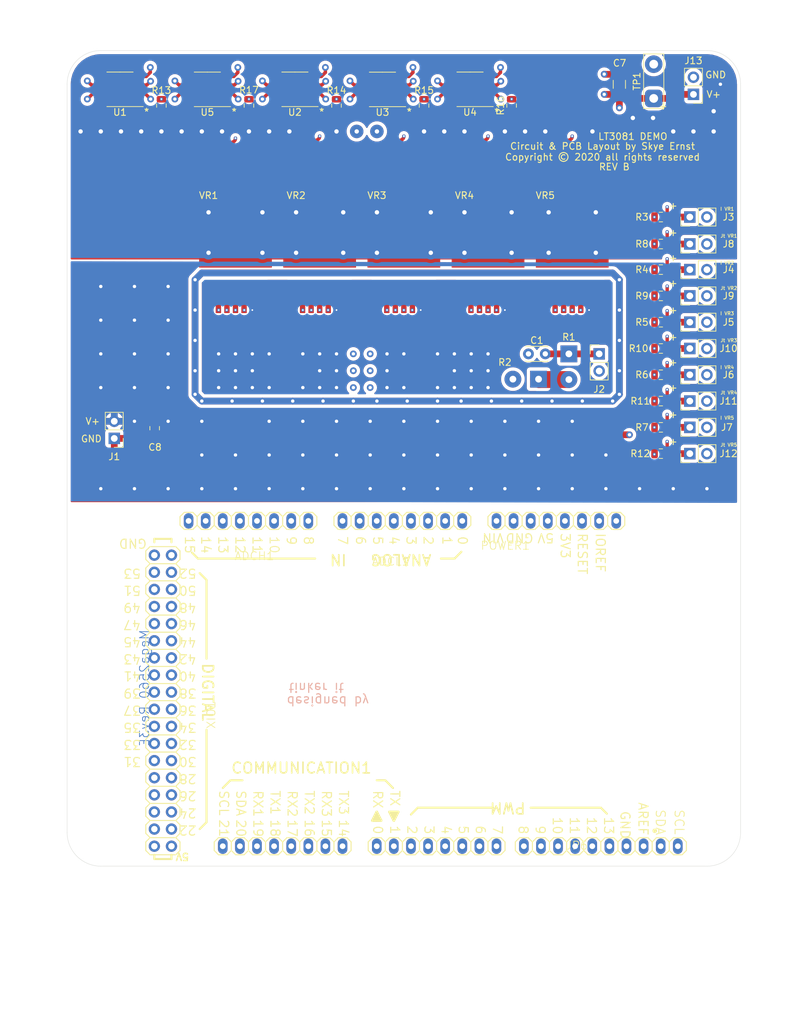
<source format=kicad_pcb>
(kicad_pcb (version 20171130) (host pcbnew "(5.1.5)-3")
  (layers (0 F.Cu signal) (1 GND signal) (2 PWR signal) (31 B.Cu signal) (34 B.Paste user) (35 F.Paste user) (36 B.SilkS user) (37 F.SilkS user) (38 B.Mask user) (39 F.Mask user) (44 Edge.Cuts user))
  (net 0 "")
  (net 1 GND)
  (net 2 /out)
  (net 3 /in)
  (net 4 "Net-(R1-Pad2)")
  (net 5 "Net-(VR1-Pad7)")
  (net 6 "Net-(VR1-Pad1)")
  (net 7 "Net-(VR2-Pad7)")
  (net 8 "Net-(VR2-Pad1)")
  (net 9 "Net-(VR3-Pad7)")
  (net 10 "Net-(VR3-Pad1)")
  (net 11 "Net-(VR4-Pad7)")
  (net 12 "Net-(VR4-Pad1)")
  (net 13 "Net-(VR5-Pad7)")
  (net 14 "Net-(VR5-Pad1)")
  (net 15 /SET)
  (net 16 /ImonVR1)
  (net 17 /ImonVR2)
  (net 18 /ImonVR3)
  (net 19 /ImonVR4)
  (net 20 /ImonVR5)
  (net 21 /TEMP1)
  (net 22 /TEMP2)
  (net 23 /TEMP3)
  (net 24 /TEMP4)
  (net 25 /TEMP5)
  (net 26 /VR_PAD)
  (net 27 "Net-(R13-Pad1)")
  (net 28 "Net-(R14-Pad1)")
  (net 29 "Net-(R15-Pad1)")
  (net 30 "Net-(R16-Pad1)")
  (net 31 "Net-(R17-Pad1)")
  (module MEGA2560_Rev3e:1X08 (layer F.Cu) (at 164.7833 94.7792 180)
    (fp_text reference ADCL1 (at -1.1167 -6.7208) (layer F.SilkS) (effects (font (size 1.2065 1.2065) (thickness 0.12065)) (justify right bottom)))
    (fp_text value FH254-108DF08500V)
    (pad 1 thru_hole oval (at -8.89 0 270) (size 2.27584 1.4224) (drill 0.85) (layers *.Cu *.Mask))
    (pad 2 thru_hole oval (at -6.35 0 270) (size 2.27584 1.4224) (drill 0.85) (layers *.Cu *.Mask))
    (pad 3 thru_hole oval (at -3.81 0 270) (size 2.27584 1.4224) (drill 0.85) (layers *.Cu *.Mask))
    (pad 4 thru_hole oval (at -1.27 0 270) (size 2.27584 1.4224) (drill 0.85) (layers *.Cu *.Mask))
    (pad 5 thru_hole oval (at 1.27 0 270) (size 2.27584 1.4224) (drill 0.85) (layers *.Cu *.Mask))
    (pad 6 thru_hole oval (at 3.81 0 270) (size 2.27584 1.4224) (drill 0.85) (layers *.Cu *.Mask))
    (pad 7 thru_hole oval (at 6.35 0 270) (size 2.27584 1.4224) (drill 0.85) (layers *.Cu *.Mask))
    (pad 8 thru_hole oval (at 8.89 0 270) (size 2.27584 1.4224) (drill 0.85) (layers *.Cu *.Mask))
  )
  (module MEGA2560_Rev3e:1X08 (layer F.Cu) (at 147.0033 143.0392)
    (fp_text reference COMMUNICATION1 (at 13.335 -10.668) (layer F.SilkS) (effects (font (size 1.59258 1.59258) (thickness 0.238887)) (justify right bottom)))
    (fp_text value FH254-108DF08500V)
    (pad 1 thru_hole oval (at -8.89 0 90) (size 2.27584 1.4224) (drill 0.85) (layers *.Cu *.Mask))
    (pad 2 thru_hole oval (at -6.35 0 90) (size 2.27584 1.4224) (drill 0.85) (layers *.Cu *.Mask))
    (pad 3 thru_hole oval (at -3.81 0 90) (size 2.27584 1.4224) (drill 0.85) (layers *.Cu *.Mask))
    (pad 4 thru_hole oval (at -1.27 0 90) (size 2.27584 1.4224) (drill 0.85) (layers *.Cu *.Mask))
    (pad 5 thru_hole oval (at 1.27 0 90) (size 2.27584 1.4224) (drill 0.85) (layers *.Cu *.Mask))
    (pad 6 thru_hole oval (at 3.81 0 90) (size 2.27584 1.4224) (drill 0.85) (layers *.Cu *.Mask))
    (pad 7 thru_hole oval (at 6.35 0 90) (size 2.27584 1.4224) (drill 0.85) (layers *.Cu *.Mask))
    (pad 8 thru_hole oval (at 8.89 0 90) (size 2.27584 1.4224) (drill 0.85) (layers *.Cu *.Mask))
  )
  (module Connector_PinHeader_2.54mm:PinHeader_1x02_P2.54mm_Vertical (layer F.Cu) (at 207.46 49.7 90)
    (fp_text reference J3 (at 0 5.75 180) (layer F.SilkS))
    (fp_text value Imon)
    (pad 2 thru_hole oval (at 0 2.54 90) (size 1.7 1.7) (drill 1) (layers *.Cu *.Mask) (net 1 GND))
    (pad 1 thru_hole rect (at 0 0 90) (size 1.7 1.7) (drill 1) (layers *.Cu *.Mask) (net 16 /ImonVR1))
  )
  (module Connector_PinHeader_2.54mm:PinHeader_1x02_P2.54mm_Vertical (layer F.Cu) (at 207.46 57.5 90)
    (fp_text reference J4 (at 0 5.75) (layer F.SilkS))
    (fp_text value Imon)
    (pad 2 thru_hole oval (at 0 2.54 90) (size 1.7 1.7) (drill 1) (layers *.Cu *.Mask) (net 1 GND))
    (pad 1 thru_hole rect (at 0 0 90) (size 1.7 1.7) (drill 1) (layers *.Cu *.Mask) (net 17 /ImonVR2))
  )
  (module Connector_PinHeader_2.54mm:PinHeader_1x02_P2.54mm_Vertical (layer F.Cu) (at 207.46 65.3 90)
    (fp_text reference J5 (at 0 5.75 180) (layer F.SilkS))
    (fp_text value Imon)
    (pad 2 thru_hole oval (at 0 2.54 90) (size 1.7 1.7) (drill 1) (layers *.Cu *.Mask) (net 1 GND))
    (pad 1 thru_hole rect (at 0 0 90) (size 1.7 1.7) (drill 1) (layers *.Cu *.Mask) (net 18 /ImonVR3))
  )
  (module Connector_PinHeader_2.54mm:PinHeader_1x02_P2.54mm_Vertical (layer F.Cu) (at 207.46 73.1 90)
    (fp_text reference J6 (at 0 5.75 180) (layer F.SilkS))
    (fp_text value Imon)
    (pad 2 thru_hole oval (at 0 2.54 90) (size 1.7 1.7) (drill 1) (layers *.Cu *.Mask) (net 1 GND))
    (pad 1 thru_hole rect (at 0 0 90) (size 1.7 1.7) (drill 1) (layers *.Cu *.Mask) (net 19 /ImonVR4))
  )
  (module Connector_PinHeader_2.54mm:PinHeader_1x02_P2.54mm_Vertical (layer F.Cu) (at 207.46 80.9 90)
    (fp_text reference J7 (at 0 5.5 180) (layer F.SilkS))
    (fp_text value Imon)
    (pad 2 thru_hole oval (at 0 2.54 90) (size 1.7 1.7) (drill 1) (layers *.Cu *.Mask) (net 1 GND))
    (pad 1 thru_hole rect (at 0 0 90) (size 1.7 1.7) (drill 1) (layers *.Cu *.Mask) (net 20 /ImonVR5))
  )
  (module MEGA2560_Rev3e:1X08 (layer F.Cu) (at 169.8633 143.0392)
    (fp_text reference PWML1 hide)
    (fp_text value FH254-108DF08500V)
    (pad 1 thru_hole oval (at -8.89 0 90) (size 2.27584 1.4224) (drill 0.85) (layers *.Cu *.Mask))
    (pad 2 thru_hole oval (at -6.35 0 90) (size 2.27584 1.4224) (drill 0.85) (layers *.Cu *.Mask))
    (pad 3 thru_hole oval (at -3.81 0 90) (size 2.27584 1.4224) (drill 0.85) (layers *.Cu *.Mask))
    (pad 4 thru_hole oval (at -1.27 0 90) (size 2.27584 1.4224) (drill 0.85) (layers *.Cu *.Mask))
    (pad 5 thru_hole oval (at 1.27 0 90) (size 2.27584 1.4224) (drill 0.85) (layers *.Cu *.Mask))
    (pad 6 thru_hole oval (at 3.81 0 90) (size 2.27584 1.4224) (drill 0.85) (layers *.Cu *.Mask))
    (pad 7 thru_hole oval (at 6.35 0 90) (size 2.27584 1.4224) (drill 0.85) (layers *.Cu *.Mask))
    (pad 8 thru_hole oval (at 8.89 0 90) (size 2.27584 1.4224) (drill 0.85) (layers *.Cu *.Mask))
  )
  (module MEGA2560_Rev3e:2X18 (layer F.Cu) (at 129.2233 121.4492 90)
    (fp_text reference XIO1 (at 0.0492 7.8767 90) (layer F.SilkS) (effects (font (size 1.2065 1.2065) (thickness 0.12065)) (justify right bottom)))
    (fp_text value 18x2F-H8.5)
    (pad 1 thru_hole circle (at -21.59 1.27 90) (size 1.6764 1.6764) (drill 0.95) (layers *.Cu *.Mask))
    (pad 2 thru_hole circle (at -21.59 -1.27 90) (size 1.6764 1.6764) (drill 0.95) (layers *.Cu *.Mask))
    (pad 3 thru_hole circle (at -19.05 1.27 90) (size 1.6764 1.6764) (drill 0.95) (layers *.Cu *.Mask))
    (pad 4 thru_hole circle (at -19.05 -1.27 90) (size 1.6764 1.6764) (drill 0.95) (layers *.Cu *.Mask))
    (pad 5 thru_hole circle (at -16.51 1.27 90) (size 1.6764 1.6764) (drill 0.95) (layers *.Cu *.Mask))
    (pad 6 thru_hole circle (at -16.51 -1.27 90) (size 1.6764 1.6764) (drill 0.95) (layers *.Cu *.Mask))
    (pad 7 thru_hole circle (at -13.97 1.27 90) (size 1.6764 1.6764) (drill 0.95) (layers *.Cu *.Mask))
    (pad 8 thru_hole circle (at -13.97 -1.27 90) (size 1.6764 1.6764) (drill 0.95) (layers *.Cu *.Mask))
    (pad 9 thru_hole circle (at -11.43 1.27 90) (size 1.6764 1.6764) (drill 0.95) (layers *.Cu *.Mask))
    (pad 10 thru_hole circle (at -11.43 -1.27 90) (size 1.6764 1.6764) (drill 0.95) (layers *.Cu *.Mask))
    (pad 11 thru_hole circle (at -8.89 1.27 90) (size 1.6764 1.6764) (drill 0.95) (layers *.Cu *.Mask))
    (pad 12 thru_hole circle (at -8.89 -1.27 90) (size 1.6764 1.6764) (drill 0.95) (layers *.Cu *.Mask))
    (pad 13 thru_hole circle (at -6.35 1.27 90) (size 1.6764 1.6764) (drill 0.95) (layers *.Cu *.Mask))
    (pad 14 thru_hole circle (at -6.35 -1.27 90) (size 1.6764 1.6764) (drill 0.95) (layers *.Cu *.Mask))
    (pad 15 thru_hole circle (at -3.81 1.27 90) (size 1.6764 1.6764) (drill 0.95) (layers *.Cu *.Mask))
    (pad 16 thru_hole circle (at -3.81 -1.27 90) (size 1.6764 1.6764) (drill 0.95) (layers *.Cu *.Mask))
    (pad 17 thru_hole circle (at -1.27 1.27 90) (size 1.6764 1.6764) (drill 0.95) (layers *.Cu *.Mask))
    (pad 18 thru_hole circle (at -1.27 -1.27 90) (size 1.6764 1.6764) (drill 0.95) (layers *.Cu *.Mask))
    (pad 19 thru_hole circle (at 1.27 1.27 90) (size 1.6764 1.6764) (drill 0.95) (layers *.Cu *.Mask))
    (pad 20 thru_hole circle (at 1.27 -1.27 90) (size 1.6764 1.6764) (drill 0.95) (layers *.Cu *.Mask))
    (pad 21 thru_hole circle (at 3.81 1.27 90) (size 1.6764 1.6764) (drill 0.95) (layers *.Cu *.Mask))
    (pad 22 thru_hole circle (at 3.81 -1.27 90) (size 1.6764 1.6764) (drill 0.95) (layers *.Cu *.Mask))
    (pad 23 thru_hole circle (at 6.35 1.27 90) (size 1.6764 1.6764) (drill 0.95) (layers *.Cu *.Mask))
    (pad 24 thru_hole circle (at 6.35 -1.27 90) (size 1.6764 1.6764) (drill 0.95) (layers *.Cu *.Mask))
    (pad 25 thru_hole circle (at 8.89 1.27 90) (size 1.6764 1.6764) (drill 0.95) (layers *.Cu *.Mask))
    (pad 26 thru_hole circle (at 8.89 -1.27 90) (size 1.6764 1.6764) (drill 0.95) (layers *.Cu *.Mask))
    (pad 27 thru_hole circle (at 11.43 1.27 90) (size 1.6764 1.6764) (drill 0.95) (layers *.Cu *.Mask))
    (pad 28 thru_hole circle (at 11.43 -1.27 90) (size 1.6764 1.6764) (drill 0.95) (layers *.Cu *.Mask))
    (pad 29 thru_hole circle (at 13.97 1.27 90) (size 1.6764 1.6764) (drill 0.95) (layers *.Cu *.Mask))
    (pad 30 thru_hole circle (at 13.97 -1.27 90) (size 1.6764 1.6764) (drill 0.95) (layers *.Cu *.Mask))
    (pad 31 thru_hole circle (at 16.51 1.27 90) (size 1.6764 1.6764) (drill 0.95) (layers *.Cu *.Mask))
    (pad 32 thru_hole circle (at 16.51 -1.27 90) (size 1.6764 1.6764) (drill 0.95) (layers *.Cu *.Mask))
    (pad 33 thru_hole circle (at 19.05 1.27 90) (size 1.6764 1.6764) (drill 0.95) (layers *.Cu *.Mask))
    (pad 34 thru_hole circle (at 19.05 -1.27 90) (size 1.6764 1.6764) (drill 0.95) (layers *.Cu *.Mask))
    (pad 35 thru_hole circle (at 21.59 1.27 90) (size 1.6764 1.6764) (drill 0.95) (layers *.Cu *.Mask))
    (pad 36 thru_hole circle (at 21.59 -1.27 90) (size 1.6764 1.6764) (drill 0.95) (layers *.Cu *.Mask))
  )
  (module MEGA2560_Rev3e:1X08 (layer F.Cu) (at 187.6433 94.7792 180)
    (fp_text reference POWER1 (at 3.8608 -4.3688) (layer F.SilkS) (effects (font (size 1.2065 1.2065) (thickness 0.12065)) (justify right bottom)))
    (fp_text value FH254-108DF08500V)
    (pad 1 thru_hole oval (at -8.89 0 270) (size 2.27584 1.4224) (drill 0.85) (layers *.Cu *.Mask))
    (pad 2 thru_hole oval (at -6.35 0 270) (size 2.27584 1.4224) (drill 0.85) (layers *.Cu *.Mask))
    (pad 3 thru_hole oval (at -3.81 0 270) (size 2.27584 1.4224) (drill 0.85) (layers *.Cu *.Mask))
    (pad 4 thru_hole oval (at -1.27 0 270) (size 2.27584 1.4224) (drill 0.85) (layers *.Cu *.Mask))
    (pad 5 thru_hole oval (at 1.27 0 270) (size 2.27584 1.4224) (drill 0.85) (layers *.Cu *.Mask))
    (pad 6 thru_hole oval (at 3.81 0 270) (size 2.27584 1.4224) (drill 0.85) (layers *.Cu *.Mask))
    (pad 7 thru_hole oval (at 6.35 0 270) (size 2.27584 1.4224) (drill 0.85) (layers *.Cu *.Mask))
    (pad 8 thru_hole oval (at 8.89 0 270) (size 2.27584 1.4224) (drill 0.85) (layers *.Cu *.Mask))
  )
  (module MEGA2560_Rev3e:1X08 (layer F.Cu) (at 141.9233 94.7792 180)
    (fp_text reference ADCH1 (at -3.8767 -5.9208) (layer F.SilkS) (effects (font (size 1.2065 1.2065) (thickness 0.12065)) (justify right bottom)))
    (fp_text value FH254-108DF08500V)
    (pad 1 thru_hole oval (at -8.89 0 270) (size 2.27584 1.4224) (drill 0.85) (layers *.Cu *.Mask))
    (pad 2 thru_hole oval (at -6.35 0 270) (size 2.27584 1.4224) (drill 0.85) (layers *.Cu *.Mask))
    (pad 3 thru_hole oval (at -3.81 0 270) (size 2.27584 1.4224) (drill 0.85) (layers *.Cu *.Mask))
    (pad 4 thru_hole oval (at -1.27 0 270) (size 2.27584 1.4224) (drill 0.85) (layers *.Cu *.Mask))
    (pad 5 thru_hole oval (at 1.27 0 270) (size 2.27584 1.4224) (drill 0.85) (layers *.Cu *.Mask))
    (pad 6 thru_hole oval (at 3.81 0 270) (size 2.27584 1.4224) (drill 0.85) (layers *.Cu *.Mask))
    (pad 7 thru_hole oval (at 6.35 0 270) (size 2.27584 1.4224) (drill 0.85) (layers *.Cu *.Mask))
    (pad 8 thru_hole oval (at 8.89 0 270) (size 2.27584 1.4224) (drill 0.85) (layers *.Cu *.Mask))
  )
  (module MEGA2560_Rev3e:1X10 (layer F.Cu) (at 194.2473 143.0392 180)
    (fp_text reference JP6 (at 1.8542 -0.6096) (layer F.SilkS) (effects (font (size 1.2065 1.2065) (thickness 0.12065)) (justify right bottom)))
    (fp_text value FH254-110DF08500V)
    (pad 1 thru_hole oval (at -11.43 0 270) (size 2.27584 1.4224) (drill 0.85) (layers *.Cu *.Mask))
    (pad 2 thru_hole oval (at -8.89 0 270) (size 2.27584 1.4224) (drill 0.85) (layers *.Cu *.Mask))
    (pad 3 thru_hole oval (at -6.35 0 270) (size 2.27584 1.4224) (drill 0.85) (layers *.Cu *.Mask))
    (pad 4 thru_hole oval (at -3.81 0 270) (size 2.27584 1.4224) (drill 0.85) (layers *.Cu *.Mask))
    (pad 5 thru_hole oval (at -1.27 0 270) (size 2.27584 1.4224) (drill 0.85) (layers *.Cu *.Mask))
    (pad 6 thru_hole oval (at 1.27 0 270) (size 2.27584 1.4224) (drill 0.85) (layers *.Cu *.Mask))
    (pad 7 thru_hole oval (at 3.81 0 270) (size 2.27584 1.4224) (drill 0.85) (layers *.Cu *.Mask))
    (pad 8 thru_hole oval (at 6.35 0 270) (size 2.27584 1.4224) (drill 0.85) (layers *.Cu *.Mask))
    (pad 9 thru_hole oval (at 8.89 0 270) (size 2.27584 1.4224) (drill 0.85) (layers *.Cu *.Mask))
    (pad 10 thru_hole oval (at 11.43 0 270) (size 2.27584 1.4224) (drill 0.85) (layers *.Cu *.Mask))
  )
  (module Connector_Wire:SolderWirePad_1x02_P3.81mm_Drill1mm (layer F.Cu) (at 185 73.75 180)
    (fp_text reference R2 (at 5 2.5) (layer F.SilkS))
    (fp_text value 150k)
    (pad 2 thru_hole circle (at 3.81 0 180) (size 2.49936 2.49936) (drill 1.00076) (layers *.Cu *.Mask) (net 1 GND))
    (pad 1 thru_hole rect (at 0 0 180) (size 2.49936 2.49936) (drill 1.00076) (layers *.Cu *.Mask) (net 4 "Net-(R1-Pad2)"))
  )
  (module Connector_Wire:SolderWirePad_1x02_P3.81mm_Drill1mm (layer F.Cu) (at 189.5 70 270)
    (fp_text reference R1 (at -2.5 0 180) (layer F.SilkS))
    (fp_text value 150k)
    (pad 2 thru_hole circle (at 3.81 0 270) (size 2.49936 2.49936) (drill 1.00076) (layers *.Cu *.Mask) (net 4 "Net-(R1-Pad2)"))
    (pad 1 thru_hole rect (at 0 0 270) (size 2.49936 2.49936) (drill 1.00076) (layers *.Cu *.Mask) (net 15 /SET))
  )
  (module Connector_PinHeader_2.54mm:PinHeader_1x02_P2.54mm_Vertical (layer F.Cu) (at 207.46 84.8 90)
    (fp_text reference J12 (at 0 5.75 180) (layer F.SilkS))
    (fp_text value temp)
    (pad 2 thru_hole oval (at 0 2.54 90) (size 1.7 1.7) (drill 1) (layers *.Cu *.Mask) (net 1 GND))
    (pad 1 thru_hole rect (at 0 0 90) (size 1.7 1.7) (drill 1) (layers *.Cu *.Mask) (net 25 /TEMP5))
  )
  (module Connector_PinHeader_2.54mm:PinHeader_1x02_P2.54mm_Vertical (layer F.Cu) (at 207.46 77 90)
    (fp_text reference J11 (at 0 5.75 180) (layer F.SilkS))
    (fp_text value temp)
    (pad 2 thru_hole oval (at 0 2.54 90) (size 1.7 1.7) (drill 1) (layers *.Cu *.Mask) (net 1 GND))
    (pad 1 thru_hole rect (at 0 0 90) (size 1.7 1.7) (drill 1) (layers *.Cu *.Mask) (net 24 /TEMP4))
  )
  (module Connector_PinHeader_2.54mm:PinHeader_1x02_P2.54mm_Vertical (layer F.Cu) (at 207.46 69.2 90)
    (fp_text reference J10 (at 0 5.75 180) (layer F.SilkS))
    (fp_text value temp)
    (pad 2 thru_hole oval (at 0 2.54 90) (size 1.7 1.7) (drill 1) (layers *.Cu *.Mask) (net 1 GND))
    (pad 1 thru_hole rect (at 0 0 90) (size 1.7 1.7) (drill 1) (layers *.Cu *.Mask) (net 23 /TEMP3))
  )
  (module Connector_PinHeader_2.54mm:PinHeader_1x02_P2.54mm_Vertical (layer F.Cu) (at 207.46 61.4 90)
    (fp_text reference J9 (at 0 5.75 180) (layer F.SilkS))
    (fp_text value temp)
    (pad 2 thru_hole oval (at 0 2.54 90) (size 1.7 1.7) (drill 1) (layers *.Cu *.Mask) (net 1 GND))
    (pad 1 thru_hole rect (at 0 0 90) (size 1.7 1.7) (drill 1) (layers *.Cu *.Mask) (net 22 /TEMP2))
  )
  (module Connector_PinHeader_2.54mm:PinHeader_1x02_P2.54mm_Vertical (layer F.Cu) (at 207.46 53.7 90)
    (fp_text reference J8 (at 0 5.75 180) (layer F.SilkS))
    (fp_text value temp)
    (pad 2 thru_hole oval (at 0 2.54 90) (size 1.7 1.7) (drill 1) (layers *.Cu *.Mask) (net 1 GND))
    (pad 1 thru_hole rect (at 0 0 90) (size 1.7 1.7) (drill 1) (layers *.Cu *.Mask) (net 21 /TEMP1))
  )
  (module Package_TO_SOT_SMD:TO-263-7_TabPin8 (layer F.Cu) (at 165 55.875 90)
    (fp_text reference VR3 (at 9.375 -4) (layer F.SilkS))
    (fp_text value LT3081ER-PBF)
    (pad 8 smd rect (at 3.375 0 90) (size 9.4 10.8) (layers F.Cu F.Mask) (net 26 /VR_PAD))
    (pad 7 smd rect (at -5.775 3.81 90) (size 4.6 0.8) (layers F.Cu F.Paste F.Mask) (net 9 "Net-(VR3-Pad7)"))
    (pad 6 smd rect (at -5.775 2.54 90) (size 4.6 0.8) (layers F.Cu F.Paste F.Mask) (net 3 /in))
    (pad 5 smd rect (at -5.775 1.27 90) (size 4.6 0.8) (layers F.Cu F.Paste F.Mask) (net 23 /TEMP3))
    (pad 4 smd rect (at -5.775 0 90) (size 4.6 0.8) (layers F.Cu F.Paste F.Mask) (net 2 /out))
    (pad 3 smd rect (at -5.775 -1.27 90) (size 4.6 0.8) (layers F.Cu F.Paste F.Mask) (net 18 /ImonVR3))
    (pad 2 smd rect (at -5.775 -2.54 90) (size 4.6 0.8) (layers F.Cu F.Paste F.Mask) (net 15 /SET))
    (pad 1 smd rect (at -5.775 -3.81 90) (size 4.6 0.8) (layers F.Cu F.Paste F.Mask) (net 10 "Net-(VR3-Pad1)"))
  )
  (module NetTie:NetTie-2_SMD_Pad0.5mm (layer F.Cu) (at 140 47.3 90)
    (fp_text reference NT1 hide)
    (fp_text value Net-Tie_2 hide)
    (fp_poly (pts (xy -0.5 -0.25) (xy 0.5 -0.25) (xy 0.5 0.25) (xy -0.5 0.25)) (layer F.Cu) (width 0))
    (pad 2 smd circle (at 0.5 0 90) (size 0.5 0.5) (layers F.Cu) (net 2 /out))
    (pad 1 smd circle (at -0.5 0 90) (size 0.5 0.5) (layers F.Cu) (net 26 /VR_PAD))
  )
  (module Resistor_SMD:R_0805_2012Metric (layer F.Cu) (at 203.1625 61.4 180)
    (fp_text reference R9 (at 2.8125 0) (layer F.SilkS))
    (fp_text value 1k)
    (pad 2 smd roundrect (at 0.9375 0 180) (size 0.975 1.4) (layers F.Cu F.Paste F.Mask) (net 1 GND))
    (pad 1 smd roundrect (at -0.9375 0 180) (size 0.975 1.4) (layers F.Cu F.Paste F.Mask) (net 22 /TEMP2))
  )
  (module Resistor_SMD:R_0805_2012Metric (layer F.Cu) (at 203.1625 53.7 180)
    (fp_text reference R8 (at 2.8125 0) (layer F.SilkS))
    (fp_text value 1k)
    (pad 2 smd roundrect (at 0.9375 0 180) (size 0.975 1.4) (layers F.Cu F.Paste F.Mask) (net 1 GND))
    (pad 1 smd roundrect (at -0.9375 0 180) (size 0.975 1.4) (layers F.Cu F.Paste F.Mask) (net 21 /TEMP1))
  )
  (module Resistor_SMD:R_0805_2012Metric (layer F.Cu) (at 203.1625 80.9 180)
    (fp_text reference R7 (at 2.8125 0) (layer F.SilkS))
    (fp_text value 1k)
    (pad 2 smd roundrect (at 0.9375 0 180) (size 0.975 1.4) (layers F.Cu F.Paste F.Mask) (net 1 GND))
    (pad 1 smd roundrect (at -0.9375 0 180) (size 0.975 1.4) (layers F.Cu F.Paste F.Mask) (net 20 /ImonVR5))
  )
  (module Resistor_SMD:R_0805_2012Metric (layer F.Cu) (at 142 33.1625 90)
    (fp_text reference R17 (at 2.3125 0 180) (layer F.SilkS))
    (fp_text value 47)
    (pad 2 smd roundrect (at 0.9375 0 90) (size 0.975 1.4) (layers F.Cu F.Paste F.Mask) (net 1 GND))
    (pad 1 smd roundrect (at -0.9375 0 90) (size 0.975 1.4) (layers F.Cu F.Paste F.Mask) (net 31 "Net-(R17-Pad1)"))
  )
  (module Resistor_SMD:R_0805_2012Metric (layer F.Cu) (at 181 33.1625 90)
    (fp_text reference R16 (at 0 -1.65 90) (layer F.SilkS))
    (fp_text value 47)
    (pad 2 smd roundrect (at 0.9375 0 90) (size 0.975 1.4) (layers F.Cu F.Paste F.Mask) (net 1 GND))
    (pad 1 smd roundrect (at -0.9375 0 90) (size 0.975 1.4) (layers F.Cu F.Paste F.Mask) (net 30 "Net-(R16-Pad1)"))
  )
  (module Resistor_SMD:R_0805_2012Metric (layer F.Cu) (at 168 33.1625 90)
    (fp_text reference R15 (at 2.2625 0 180) (layer F.SilkS))
    (fp_text value 47)
    (pad 2 smd roundrect (at 0.9375 0 90) (size 0.975 1.4) (layers F.Cu F.Paste F.Mask) (net 1 GND))
    (pad 1 smd roundrect (at -0.9375 0 90) (size 0.975 1.4) (layers F.Cu F.Paste F.Mask) (net 29 "Net-(R15-Pad1)"))
  )
  (module Resistor_SMD:R_0805_2012Metric (layer F.Cu) (at 155 33.1625 90)
    (fp_text reference R14 (at 2.2625 0 180) (layer F.SilkS))
    (fp_text value 47)
    (pad 2 smd roundrect (at 0.9375 0 90) (size 0.975 1.4) (layers F.Cu F.Paste F.Mask) (net 1 GND))
    (pad 1 smd roundrect (at -0.9375 0 90) (size 0.975 1.4) (layers F.Cu F.Paste F.Mask) (net 28 "Net-(R14-Pad1)"))
  )
  (module Resistor_SMD:R_0805_2012Metric (layer F.Cu) (at 129 33.1625 90)
    (fp_text reference R13 (at 2.2625 0 180) (layer F.SilkS))
    (fp_text value 47)
    (pad 2 smd roundrect (at 0.9375 0 90) (size 0.975 1.4) (layers F.Cu F.Paste F.Mask) (net 1 GND))
    (pad 1 smd roundrect (at -0.9375 0 90) (size 0.975 1.4) (layers F.Cu F.Paste F.Mask) (net 27 "Net-(R13-Pad1)"))
  )
  (module Package_SO:SOIC-8_3.9x4.9mm_P1.27mm (layer F.Cu) (at 135.825 30.755 180)
    (fp_text reference U5 (at 0 -3.4) (layer F.SilkS))
    (fp_text value LM334M)
    (pad 8 smd roundrect (at 2.475 -1.905 180) (size 1.95 0.6) (layers F.Cu F.Paste F.Mask))
    (pad 7 smd roundrect (at 2.475 -0.635 180) (size 1.95 0.6) (layers F.Cu F.Paste F.Mask) (net 1 GND))
    (pad 6 smd roundrect (at 2.475 0.635 180) (size 1.95 0.6) (layers F.Cu F.Paste F.Mask) (net 1 GND))
    (pad 5 smd roundrect (at 2.475 1.905 180) (size 1.95 0.6) (layers F.Cu F.Paste F.Mask))
    (pad 4 smd roundrect (at -2.475 1.905 180) (size 1.95 0.6) (layers F.Cu F.Paste F.Mask) (net 2 /out))
    (pad 3 smd roundrect (at -2.475 0.635 180) (size 1.95 0.6) (layers F.Cu F.Paste F.Mask) (net 1 GND))
    (pad 2 smd roundrect (at -2.475 -0.635 180) (size 1.95 0.6) (layers F.Cu F.Paste F.Mask) (net 1 GND))
    (pad 1 smd roundrect (at -2.475 -1.905 180) (size 1.95 0.6) (layers F.Cu F.Paste F.Mask) (net 31 "Net-(R17-Pad1)"))
  )
  (module Package_SO:SOIC-8_3.9x4.9mm_P1.27mm (layer F.Cu) (at 174.825 30.75 180)
    (fp_text reference U4 (at 0 -3.4) (layer F.SilkS))
    (fp_text value LM334M)
    (pad 8 smd roundrect (at 2.475 -1.905 180) (size 1.95 0.6) (layers F.Cu F.Paste F.Mask))
    (pad 7 smd roundrect (at 2.475 -0.635 180) (size 1.95 0.6) (layers F.Cu F.Paste F.Mask) (net 1 GND))
    (pad 6 smd roundrect (at 2.475 0.635 180) (size 1.95 0.6) (layers F.Cu F.Paste F.Mask) (net 1 GND))
    (pad 5 smd roundrect (at 2.475 1.905 180) (size 1.95 0.6) (layers F.Cu F.Paste F.Mask))
    (pad 4 smd roundrect (at -2.475 1.905 180) (size 1.95 0.6) (layers F.Cu F.Paste F.Mask) (net 2 /out))
    (pad 3 smd roundrect (at -2.475 0.635 180) (size 1.95 0.6) (layers F.Cu F.Paste F.Mask) (net 1 GND))
    (pad 2 smd roundrect (at -2.475 -0.635 180) (size 1.95 0.6) (layers F.Cu F.Paste F.Mask) (net 1 GND))
    (pad 1 smd roundrect (at -2.475 -1.905 180) (size 1.95 0.6) (layers F.Cu F.Paste F.Mask) (net 30 "Net-(R16-Pad1)"))
  )
  (module Package_SO:SOIC-8_3.9x4.9mm_P1.27mm (layer F.Cu) (at 161.825 30.765 180)
    (fp_text reference U3 (at 0 -3.4) (layer F.SilkS))
    (fp_text value LM334M)
    (pad 8 smd roundrect (at 2.475 -1.905 180) (size 1.95 0.6) (layers F.Cu F.Paste F.Mask))
    (pad 7 smd roundrect (at 2.475 -0.635 180) (size 1.95 0.6) (layers F.Cu F.Paste F.Mask) (net 1 GND))
    (pad 6 smd roundrect (at 2.475 0.635 180) (size 1.95 0.6) (layers F.Cu F.Paste F.Mask) (net 1 GND))
    (pad 5 smd roundrect (at 2.475 1.905 180) (size 1.95 0.6) (layers F.Cu F.Paste F.Mask))
    (pad 4 smd roundrect (at -2.475 1.905 180) (size 1.95 0.6) (layers F.Cu F.Paste F.Mask) (net 2 /out))
    (pad 3 smd roundrect (at -2.475 0.635 180) (size 1.95 0.6) (layers F.Cu F.Paste F.Mask) (net 1 GND))
    (pad 2 smd roundrect (at -2.475 -0.635 180) (size 1.95 0.6) (layers F.Cu F.Paste F.Mask) (net 1 GND))
    (pad 1 smd roundrect (at -2.475 -1.905 180) (size 1.95 0.6) (layers F.Cu F.Paste F.Mask) (net 29 "Net-(R15-Pad1)"))
  )
  (module Package_SO:SOIC-8_3.9x4.9mm_P1.27mm (layer F.Cu) (at 148.825 30.75 180)
    (fp_text reference U2 (at 0 -3.4) (layer F.SilkS))
    (fp_text value LM334M)
    (pad 8 smd roundrect (at 2.475 -1.905 180) (size 1.95 0.6) (layers F.Cu F.Paste F.Mask))
    (pad 7 smd roundrect (at 2.475 -0.635 180) (size 1.95 0.6) (layers F.Cu F.Paste F.Mask) (net 1 GND))
    (pad 6 smd roundrect (at 2.475 0.635 180) (size 1.95 0.6) (layers F.Cu F.Paste F.Mask) (net 1 GND))
    (pad 5 smd roundrect (at 2.475 1.905 180) (size 1.95 0.6) (layers F.Cu F.Paste F.Mask))
    (pad 4 smd roundrect (at -2.475 1.905 180) (size 1.95 0.6) (layers F.Cu F.Paste F.Mask) (net 2 /out))
    (pad 3 smd roundrect (at -2.475 0.635 180) (size 1.95 0.6) (layers F.Cu F.Paste F.Mask) (net 1 GND))
    (pad 2 smd roundrect (at -2.475 -0.635 180) (size 1.95 0.6) (layers F.Cu F.Paste F.Mask) (net 1 GND))
    (pad 1 smd roundrect (at -2.475 -1.905 180) (size 1.95 0.6) (layers F.Cu F.Paste F.Mask) (net 28 "Net-(R14-Pad1)"))
  )
  (module TestPoint:TestPoint_2Pads_Pitch5.08mm_Drill1.3mm (layer F.Cu) (at 202.1 32.1 90)
    (fp_text reference TP1 (at 2.54 -2.5 90) (layer F.SilkS))
    (fp_text value TestPoint_2Pole)
    (pad 2 thru_hole circle (at 5.08 0 90) (size 2.6 2.6) (drill 1.3) (layers *.Cu *.Mask) (net 1 GND))
    (pad 1 thru_hole roundrect (at 0 0 90) (size 2.6 2.6) (drill 1.3) (layers *.Cu *.Mask) (net 2 /out))
  )
  (module Package_SO:SOIC-8_3.9x4.9mm_P1.27mm (layer F.Cu) (at 122.85 30.75 180)
    (fp_text reference U1 (at 0 -3.4) (layer F.SilkS))
    (fp_text value LM334M)
    (pad 8 smd roundrect (at 2.475 -1.905 180) (size 1.95 0.6) (layers F.Cu F.Paste F.Mask))
    (pad 7 smd roundrect (at 2.475 -0.635 180) (size 1.95 0.6) (layers F.Cu F.Paste F.Mask) (net 1 GND))
    (pad 6 smd roundrect (at 2.475 0.635 180) (size 1.95 0.6) (layers F.Cu F.Paste F.Mask) (net 1 GND))
    (pad 5 smd roundrect (at 2.475 1.905 180) (size 1.95 0.6) (layers F.Cu F.Paste F.Mask))
    (pad 4 smd roundrect (at -2.475 1.905 180) (size 1.95 0.6) (layers F.Cu F.Paste F.Mask) (net 2 /out))
    (pad 3 smd roundrect (at -2.475 0.635 180) (size 1.95 0.6) (layers F.Cu F.Paste F.Mask) (net 1 GND))
    (pad 2 smd roundrect (at -2.475 -0.635 180) (size 1.95 0.6) (layers F.Cu F.Paste F.Mask) (net 1 GND))
    (pad 1 smd roundrect (at -2.475 -1.905 180) (size 1.95 0.6) (layers F.Cu F.Paste F.Mask) (net 27 "Net-(R13-Pad1)"))
  )
  (module Package_TO_SOT_SMD:TO-263-7_TabPin8 (layer F.Cu) (at 190 55.875 90)
    (fp_text reference VR5 (at 9.375 -4) (layer F.SilkS))
    (fp_text value LT3081ER-PBF)
    (pad 8 smd rect (at 3.375 0 90) (size 9.4 10.8) (layers F.Cu F.Mask) (net 26 /VR_PAD))
    (pad 7 smd rect (at -5.775 3.81 90) (size 4.6 0.8) (layers F.Cu F.Paste F.Mask) (net 13 "Net-(VR5-Pad7)"))
    (pad 6 smd rect (at -5.775 2.54 90) (size 4.6 0.8) (layers F.Cu F.Paste F.Mask) (net 3 /in))
    (pad 5 smd rect (at -5.775 1.27 90) (size 4.6 0.8) (layers F.Cu F.Paste F.Mask) (net 25 /TEMP5))
    (pad 4 smd rect (at -5.775 0 90) (size 4.6 0.8) (layers F.Cu F.Paste F.Mask) (net 2 /out))
    (pad 3 smd rect (at -5.775 -1.27 90) (size 4.6 0.8) (layers F.Cu F.Paste F.Mask) (net 20 /ImonVR5))
    (pad 2 smd rect (at -5.775 -2.54 90) (size 4.6 0.8) (layers F.Cu F.Paste F.Mask) (net 15 /SET))
    (pad 1 smd rect (at -5.775 -3.81 90) (size 4.6 0.8) (layers F.Cu F.Paste F.Mask) (net 14 "Net-(VR5-Pad1)"))
  )
  (module Package_TO_SOT_SMD:TO-263-7_TabPin8 (layer F.Cu) (at 177.5 55.875 90)
    (fp_text reference VR4 (at 9.375 -3.5) (layer F.SilkS))
    (fp_text value LT3081ER-PBF)
    (pad 8 smd rect (at 3.375 0 90) (size 9.4 10.8) (layers F.Cu F.Mask) (net 26 /VR_PAD))
    (pad 7 smd rect (at -5.775 3.81 90) (size 4.6 0.8) (layers F.Cu F.Paste F.Mask) (net 11 "Net-(VR4-Pad7)"))
    (pad 6 smd rect (at -5.775 2.54 90) (size 4.6 0.8) (layers F.Cu F.Paste F.Mask) (net 3 /in))
    (pad 5 smd rect (at -5.775 1.27 90) (size 4.6 0.8) (layers F.Cu F.Paste F.Mask) (net 24 /TEMP4))
    (pad 4 smd rect (at -5.775 0 90) (size 4.6 0.8) (layers F.Cu F.Paste F.Mask) (net 2 /out))
    (pad 3 smd rect (at -5.775 -1.27 90) (size 4.6 0.8) (layers F.Cu F.Paste F.Mask) (net 19 /ImonVR4))
    (pad 2 smd rect (at -5.775 -2.54 90) (size 4.6 0.8) (layers F.Cu F.Paste F.Mask) (net 15 /SET))
    (pad 1 smd rect (at -5.775 -3.81 90) (size 4.6 0.8) (layers F.Cu F.Paste F.Mask) (net 12 "Net-(VR4-Pad1)"))
  )
  (module Package_TO_SOT_SMD:TO-263-7_TabPin8 (layer F.Cu) (at 152.5 55.875 90)
    (fp_text reference VR2 (at 9.375 -3.5) (layer F.SilkS))
    (fp_text value LT3081ER-PBF)
    (pad 8 smd rect (at 3.375 0 90) (size 9.4 10.8) (layers F.Cu F.Mask) (net 26 /VR_PAD))
    (pad 7 smd rect (at -5.775 3.81 90) (size 4.6 0.8) (layers F.Cu F.Paste F.Mask) (net 7 "Net-(VR2-Pad7)"))
    (pad 6 smd rect (at -5.775 2.54 90) (size 4.6 0.8) (layers F.Cu F.Paste F.Mask) (net 3 /in))
    (pad 5 smd rect (at -5.775 1.27 90) (size 4.6 0.8) (layers F.Cu F.Paste F.Mask) (net 22 /TEMP2))
    (pad 4 smd rect (at -5.775 0 90) (size 4.6 0.8) (layers F.Cu F.Paste F.Mask) (net 2 /out))
    (pad 3 smd rect (at -5.775 -1.27 90) (size 4.6 0.8) (layers F.Cu F.Paste F.Mask) (net 17 /ImonVR2))
    (pad 2 smd rect (at -5.775 -2.54 90) (size 4.6 0.8) (layers F.Cu F.Paste F.Mask) (net 15 /SET))
    (pad 1 smd rect (at -5.775 -3.81 90) (size 4.6 0.8) (layers F.Cu F.Paste F.Mask) (net 8 "Net-(VR2-Pad1)"))
  )
  (module Package_TO_SOT_SMD:TO-263-7_TabPin8 (layer F.Cu) (at 140 55.875 90)
    (fp_text reference VR1 (at 9.375 -4) (layer F.SilkS))
    (fp_text value LT3081ER-PBF)
    (pad 8 smd rect (at 3.375 0 90) (size 9.4 10.8) (layers F.Cu F.Mask) (net 26 /VR_PAD))
    (pad 7 smd rect (at -5.775 3.81 90) (size 4.6 0.8) (layers F.Cu F.Paste F.Mask) (net 5 "Net-(VR1-Pad7)"))
    (pad 6 smd rect (at -5.775 2.54 90) (size 4.6 0.8) (layers F.Cu F.Paste F.Mask) (net 3 /in))
    (pad 5 smd rect (at -5.775 1.27 90) (size 4.6 0.8) (layers F.Cu F.Paste F.Mask) (net 21 /TEMP1))
    (pad 4 smd rect (at -5.775 0 90) (size 4.6 0.8) (layers F.Cu F.Paste F.Mask) (net 2 /out))
    (pad 3 smd rect (at -5.775 -1.27 90) (size 4.6 0.8) (layers F.Cu F.Paste F.Mask) (net 16 /ImonVR1))
    (pad 2 smd rect (at -5.775 -2.54 90) (size 4.6 0.8) (layers F.Cu F.Paste F.Mask) (net 15 /SET))
    (pad 1 smd rect (at -5.775 -3.81 90) (size 4.6 0.8) (layers F.Cu F.Paste F.Mask) (net 6 "Net-(VR1-Pad1)"))
  )
  (module NetTie:NetTie-2_SMD_Pad0.5mm (layer F.Cu) (at 190 47 90)
    (fp_text reference NT5 hide)
    (fp_text value Net-Tie_2 hide)
    (fp_poly (pts (xy -0.5 -0.25) (xy 0.5 -0.25) (xy 0.5 0.25) (xy -0.5 0.25)) (layer F.Cu) (width 0))
    (pad 2 smd circle (at 0.5 0 90) (size 0.5 0.5) (layers F.Cu) (net 2 /out))
    (pad 1 smd circle (at -0.5 0 90) (size 0.5 0.5) (layers F.Cu) (net 26 /VR_PAD))
  )
  (module NetTie:NetTie-2_SMD_Pad0.5mm (layer F.Cu) (at 177.5 47 90)
    (fp_text reference NT4 hide)
    (fp_text value Net-Tie_2 hide)
    (fp_poly (pts (xy -0.5 -0.25) (xy 0.5 -0.25) (xy 0.5 0.25) (xy -0.5 0.25)) (layer F.Cu) (width 0))
    (pad 2 smd circle (at 0.5 0 90) (size 0.5 0.5) (layers F.Cu) (net 2 /out))
    (pad 1 smd circle (at -0.5 0 90) (size 0.5 0.5) (layers F.Cu) (net 26 /VR_PAD))
  )
  (module NetTie:NetTie-2_SMD_Pad0.5mm (layer F.Cu) (at 165 47 90)
    (fp_text reference NT3 hide)
    (fp_text value Net-Tie_2 hide)
    (fp_poly (pts (xy -0.5 -0.25) (xy 0.5 -0.25) (xy 0.5 0.25) (xy -0.5 0.25)) (layer F.Cu) (width 0))
    (pad 2 smd circle (at 0.5 0 90) (size 0.5 0.5) (layers F.Cu) (net 2 /out))
    (pad 1 smd circle (at -0.5 0 90) (size 0.5 0.5) (layers F.Cu) (net 26 /VR_PAD))
  )
  (module NetTie:NetTie-2_SMD_Pad0.5mm (layer F.Cu) (at 152.5 47 90)
    (fp_text reference NT2 hide)
    (fp_text value Net-Tie_2 hide)
    (fp_poly (pts (xy -0.5 -0.25) (xy 0.5 -0.25) (xy 0.5 0.25) (xy -0.5 0.25)) (layer F.Cu) (width 0))
    (pad 2 smd circle (at 0.5 0 90) (size 0.5 0.5) (layers F.Cu) (net 2 /out))
    (pad 1 smd circle (at -0.5 0 90) (size 0.5 0.5) (layers F.Cu) (net 26 /VR_PAD))
  )
  (module Connector_PinHeader_2.54mm:PinHeader_1x02_P2.54mm_Vertical (layer F.Cu) (at 208 31.5 180)
    (fp_text reference J13 (at 0 5) (layer F.SilkS))
    (fp_text value pwr_con)
    (pad 2 thru_hole oval (at 0 2.54 180) (size 1.7 1.7) (drill 1) (layers *.Cu *.Mask) (net 1 GND))
    (pad 1 thru_hole rect (at 0 0 180) (size 1.7 1.7) (drill 1) (layers *.Cu *.Mask) (net 2 /out))
  )
  (module Connector_PinHeader_2.54mm:PinHeader_1x02_P2.54mm_Vertical (layer F.Cu) (at 122 82.54 180)
    (fp_text reference J1 (at 0 -2.71) (layer F.SilkS))
    (fp_text value pwr_con)
    (pad 2 thru_hole oval (at 0 2.54 180) (size 1.7 1.7) (drill 1) (layers *.Cu *.Mask) (net 3 /in))
    (pad 1 thru_hole rect (at 0 0 180) (size 1.7 1.7) (drill 1) (layers *.Cu *.Mask) (net 1 GND))
  )
  (module Capacitor_SMD:C_1206_3216Metric_Pad1.42x1.75mm_HandSolder (layer F.Cu) (at 197 30.0125 90)
    (fp_text reference C7 (at 3.15 0.0375 180) (layer F.SilkS))
    (fp_text value 10uF)
    (pad 2 smd roundrect (at 1.4875 0 90) (size 1.425 1.75) (layers F.Cu F.Paste F.Mask) (roundrect_rratio 0.175439) (net 1 GND))
    (pad 1 smd roundrect (at -1.4875 0 90) (size 1.425 1.75) (layers F.Cu F.Paste F.Mask) (roundrect_rratio 0.175439) (net 2 /out))
  )
  (module Resistor_SMD:R_0805_2012Metric (layer F.Cu) (at 203.1625 84.8 180)
    (fp_text reference R12 (at 3.0625 0) (layer F.SilkS))
    (fp_text value 1k)
    (pad 1 smd roundrect (at -0.9375 0 180) (size 0.975 1.4) (layers F.Cu F.Paste F.Mask) (net 25 /TEMP5))
    (pad 2 smd roundrect (at 0.9375 0 180) (size 0.975 1.4) (layers F.Cu F.Paste F.Mask) (net 1 GND))
  )
  (module Resistor_SMD:R_0805_2012Metric (layer F.Cu) (at 203.1625 77 180)
    (fp_text reference R11 (at 3.0625 0) (layer F.SilkS))
    (fp_text value 1k)
    (pad 2 smd roundrect (at 0.9375 0 180) (size 0.975 1.4) (layers F.Cu F.Paste F.Mask) (net 1 GND))
    (pad 1 smd roundrect (at -0.9375 0 180) (size 0.975 1.4) (layers F.Cu F.Paste F.Mask) (net 24 /TEMP4))
  )
  (module Resistor_SMD:R_0805_2012Metric (layer F.Cu) (at 203.1625 69.2 180)
    (fp_text reference R10 (at 3.3125 0) (layer F.SilkS))
    (fp_text value 1k)
    (pad 2 smd roundrect (at 0.9375 0 180) (size 0.975 1.4) (layers F.Cu F.Paste F.Mask) (net 1 GND))
    (pad 1 smd roundrect (at -0.9375 0 180) (size 0.975 1.4) (layers F.Cu F.Paste F.Mask) (net 23 /TEMP3))
  )
  (module Resistor_SMD:R_0805_2012Metric (layer F.Cu) (at 203.1625 73.1 180)
    (fp_text reference R6 (at 2.8125 0) (layer F.SilkS))
    (fp_text value 1k)
    (pad 2 smd roundrect (at 0.9375 0 180) (size 0.975 1.4) (layers F.Cu F.Paste F.Mask) (net 1 GND))
    (pad 1 smd roundrect (at -0.9375 0 180) (size 0.975 1.4) (layers F.Cu F.Paste F.Mask) (net 19 /ImonVR4))
  )
  (module Resistor_SMD:R_0805_2012Metric (layer F.Cu) (at 203.1625 65.3 180)
    (fp_text reference R5 (at 2.8125 0) (layer F.SilkS))
    (fp_text value 1k)
    (pad 2 smd roundrect (at 0.9375 0 180) (size 0.975 1.4) (layers F.Cu F.Paste F.Mask) (net 1 GND))
    (pad 1 smd roundrect (at -0.9375 0 180) (size 0.975 1.4) (layers F.Cu F.Paste F.Mask) (net 18 /ImonVR3))
  )
  (module Resistor_SMD:R_0805_2012Metric (layer F.Cu) (at 203.1625 57.5 180)
    (fp_text reference R4 (at 2.8125 0) (layer F.SilkS))
    (fp_text value 1k)
    (pad 2 smd roundrect (at 0.9375 0 180) (size 0.975 1.4) (layers F.Cu F.Paste F.Mask) (net 1 GND))
    (pad 1 smd roundrect (at -0.9375 0 180) (size 0.975 1.4) (layers F.Cu F.Paste F.Mask) (net 17 /ImonVR2))
  )
  (module Resistor_SMD:R_0805_2012Metric (layer F.Cu) (at 203.1625 49.7 180)
    (fp_text reference R3 (at 2.8125 0) (layer F.SilkS))
    (fp_text value 1k)
    (pad 2 smd roundrect (at 0.9375 0 180) (size 0.975 1.4) (layers F.Cu F.Paste F.Mask) (net 1 GND))
    (pad 1 smd roundrect (at -0.9375 0 180) (size 0.975 1.4) (layers F.Cu F.Paste F.Mask) (net 16 /ImonVR1))
  )
  (module Connector_PinHeader_2.54mm:PinHeader_1x02_P2.54mm_Vertical (layer F.Cu) (at 194 70)
    (fp_text reference J2 (at 0 5.25) (layer F.SilkS))
    (fp_text value Res_Bypass)
    (pad 2 thru_hole oval (at 0 2.54) (size 1.7 1.7) (drill 1) (layers *.Cu *.Mask) (net 1 GND))
    (pad 1 thru_hole rect (at 0 0) (size 1.7 1.7) (drill 1) (layers *.Cu *.Mask) (net 15 /SET))
  )
  (module Capacitor_SMD:C_0805_2012Metric_Pad1.15x1.40mm_HandSolder (layer F.Cu) (at 128 81.025 270)
    (fp_text reference C8 (at 2.825 -0.05 180) (layer F.SilkS))
    (fp_text value 1uF)
    (pad 2 smd roundrect (at 1.025 0 270) (size 1.15 1.4) (layers F.Cu F.Paste F.Mask) (roundrect_rratio 0.217391) (net 1 GND))
    (pad 1 smd roundrect (at -1.025 0 270) (size 1.15 1.4) (layers F.Cu F.Paste F.Mask) (roundrect_rratio 0.217391) (net 3 /in))
  )
  (module Capacitor_THT:C_Disc_D3.0mm_W2.0mm_P2.50mm (layer F.Cu) (at 186 70 180)
    (fp_text reference C1 (at 1.25 2) (layer F.SilkS))
    (fp_text value 10pF)
    (pad 2 thru_hole circle (at 2.5 0 180) (size 1.6 1.6) (drill 0.8) (layers *.Cu *.Mask) (net 1 GND))
    (pad 1 thru_hole circle (at 0 0 180) (size 1.6 1.6) (drill 0.8) (layers *.Cu *.Mask) (net 15 /SET))
  )
  (gr_text "ANALOG   IN" (at 169.2283 99.6052 180) (layer F.SilkS) (effects (font (size 1.59258 1.59258) (thickness 0.25146)) (justify left bottom)))
  (gr_text DIGITAL (at 134.9383 115.7342 270) (layer F.SilkS) (effects (font (size 1.59258 1.59258) (thickness 0.25146)) (justify left bottom)))
  (gr_text 50 (at 134.3033 104.3042 180) (layer F.SilkS) (effects (font (size 1.35128 1.35128) (thickness 0.170688)) (justify left bottom)))
  (gr_text 46 (at 134.3033 109.3842 180) (layer F.SilkS) (effects (font (size 1.35128 1.35128) (thickness 0.170688)) (justify left bottom)))
  (gr_text SCL (at 205.1 137.5 270) (layer F.SilkS) (effects (font (size 1.35128 1.35128) (thickness 0.14224)) (justify left bottom)))
  (gr_text 52 (at 134.3033 101.7642 180) (layer F.SilkS) (effects (font (size 1.35128 1.35128) (thickness 0.170688)) (justify left bottom)))
  (gr_text 44 (at 134.3033 111.9242 180) (layer F.SilkS) (effects (font (size 1.35128 1.35128) (thickness 0.170688)) (justify left bottom)))
  (gr_text IOREF (at 193.3881 96.4932 270) (layer F.SilkS) (effects (font (size 1.35128 1.35128) (thickness 0.170688)) (justify left bottom)))
  (gr_text SDA (at 202.3035 137.5 270) (layer F.SilkS) (effects (font (size 1.35128 1.35128) (thickness 0.14224)) (justify left bottom)))
  (gr_text "Mega2560 Rev3E" (at 125.6877 128.3432 90) (layer B.Cu) (effects (font (size 1.35128 1.35128) (thickness 0.113792)) (justify right top mirror)))
  (gr_text 49 (at 126.0483 106.8442 180) (layer F.SilkS) (effects (font (size 1.35128 1.35128) (thickness 0.170688)) (justify left bottom)))
  (gr_text "tinker it" (at 147.8 118.7 180) (layer B.SilkS) (effects (font (size 1.35128 1.35128) (thickness 0.170688)) (justify left bottom mirror)))
  (gr_text 53 (at 126.0483 101.7642 180) (layer F.SilkS) (effects (font (size 1.35128 1.35128) (thickness 0.170688)) (justify left bottom)))
  (gr_text 51 (at 126.0483 104.3042 180) (layer F.SilkS) (effects (font (size 1.35128 1.35128) (thickness 0.170688)) (justify left bottom)))
  (gr_text 48 (at 134.3033 106.8442 180) (layer F.SilkS) (effects (font (size 1.35128 1.35128) (thickness 0.170688)) (justify left bottom)))
  (gr_text "designed by" (at 147.5 120.7 180) (layer B.SilkS) (effects (font (size 1.35128 1.35128) (thickness 0.170688)) (justify left bottom mirror)))
  (gr_line (start 161.6083 139.2292) (end 160.9733 139.2292) (layer F.SilkS) (width 0.4064))
  (gr_line (start 163.5133 139.2292) (end 162.8783 137.9592) (layer F.SilkS) (width 0.4064))
  (gr_line (start 135.7003 103.5422) (end 134.6843 102.5262) (layer F.SilkS) (width 0.3048))
  (gr_line (start 162.8783 137.9592) (end 163.5133 138.5942) (layer F.SilkS) (width 0.4064))
  (gr_line (start 160.3383 139.2292) (end 160.9733 137.9592) (layer F.SilkS) (width 0.4064))
  (gr_line (start 163.5133 138.5942) (end 163.5133 137.9592) (layer F.SilkS) (width 0.4064))
  (gr_line (start 160.9733 139.2292) (end 160.9733 138.5942) (layer F.SilkS) (width 0.4064))
  (gr_circle (center 202.2483 140.7532) (end 202.0687 140.7532) (layer F.SilkS) (width 0.3048))
  (gr_line (start 135.7003 139.4832) (end 134.6843 140.4992) (layer F.SilkS) (width 0.3048))
  (gr_line (start 163.5133 137.9592) (end 164.1483 137.9592) (layer F.SilkS) (width 0.4064))
  (gr_line (start 160.3383 139.2292) (end 160.9733 139.2292) (layer F.SilkS) (width 0.4064))
  (gr_line (start 163.5133 137.9592) (end 162.8783 137.9592) (layer F.SilkS) (width 0.4064))
  (gr_line (start 135.7003 125.7672) (end 135.7003 139.4832) (layer F.SilkS) (width 0.3048))
  (gr_line (start 160.9733 138.5942) (end 160.3383 139.2292) (layer F.SilkS) (width 0.4064))
  (gr_line (start 160.9733 137.9592) (end 161.6083 139.2292) (layer F.SilkS) (width 0.4064))
  (gr_line (start 164.1483 137.9592) (end 163.5133 138.5942) (layer F.SilkS) (width 0.4064))
  (gr_line (start 161.6083 139.2292) (end 160.9733 138.5942) (layer F.SilkS) (width 0.4064))
  (gr_line (start 164.1483 137.9592) (end 163.5133 139.2292) (layer F.SilkS) (width 0.4064))
  (gr_line (start 162.2433 133.2602) (end 160.9733 133.2602) (layer F.SilkS) (width 0.3048))
  (gr_line (start 194.2473 137.3242) (end 195.1363 138.2132) (layer F.SilkS) (width 0.3048))
  (gr_line (start 167.0693 137.3242) (end 166.0533 138.3402) (layer F.SilkS) (width 0.3048))
  (gr_line (start 178.2453 137.3242) (end 167.0693 137.3242) (layer F.SilkS) (width 0.3048))
  (gr_line (start 127.9533 144.9442) (end 127.9533 144.3092) (layer F.SilkS) (width 0.3048))
  (gr_line (start 130.4933 144.9442) (end 127.9533 144.9442) (layer F.SilkS) (width 0.3048))
  (gr_line (start 130.4933 144.3092) (end 130.4933 144.9442) (layer F.SilkS) (width 0.3048))
  (gr_line (start 130.4933 97.4462) (end 127.9533 97.4462) (layer F.SilkS) (width 0.3048))
  (gr_line (start 130.4933 97.9542) (end 130.4933 97.4462) (layer F.SilkS) (width 0.3048))
  (gr_line (start 170.4983 100.3672) (end 172.5303 100.3672) (layer F.SilkS) (width 0.3048))
  (gr_line (start 135.7003 115.2262) (end 135.7003 103.5422) (layer F.SilkS) (width 0.3048))
  (gr_line (start 183.8333 137.3242) (end 194.2473 137.3242) (layer F.SilkS) (width 0.3048))
  (gr_line (start 172.5303 100.3672) (end 173.5463 99.3512) (layer F.SilkS) (width 0.3048))
  (gr_line (start 134.4303 100.3672) (end 133.5413 99.4782) (layer F.SilkS) (width 0.3048))
  (gr_line (start 151.8293 100.3672) (end 134.4303 100.3672) (layer F.SilkS) (width 0.3048))
  (gr_line (start 127.9533 97.4462) (end 127.9533 97.9542) (layer F.SilkS) (width 0.3048))
  (gr_line (start 139.2563 133.2602) (end 138.1133 134.4032) (layer F.SilkS) (width 0.3048))
  (gr_line (start 163.3863 134.4032) (end 162.2433 133.2602) (layer F.SilkS) (width 0.3048))
  (gr_line (start 141.0343 133.2602) (end 139.2563 133.2602) (layer F.SilkS) (width 0.3048))
  (gr_text TX3 (at 155.2583 134.6572 270) (layer F.SilkS) (effects (font (size 1.35128 1.35128) (thickness 0.170688)) (justify left bottom)))
  (gr_text 35 (at 126.0483 124.6242 180) (layer F.SilkS) (effects (font (size 1.35128 1.35128) (thickness 0.170688)) (justify left bottom)))
  (gr_text 26 (at 134.3033 134.7842 180) (layer F.SilkS) (effects (font (size 1.35128 1.35128) (thickness 0.170688)) (justify left bottom)))
  (gr_text 22 (at 134.3033 139.8642 180) (layer F.SilkS) (effects (font (size 1.35128 1.35128) (thickness 0.170688)) (justify left bottom)))
  (gr_text 18 (at 145.0983 138.9752 270) (layer F.SilkS) (effects (font (size 1.35128 1.35128) (thickness 0.170688)) (justify left bottom)))
  (gr_text 10 (at 144.9713 96.9382 270) (layer F.SilkS) (effects (font (size 1.35128 1.35128) (thickness 0.14224)) (justify left bottom)))
  (gr_text 17 (at 147.6383 138.9752 270) (layer F.SilkS) (effects (font (size 1.35128 1.35128) (thickness 0.170688)) (justify left bottom)))
  (gr_text 16 (at 150.1783 138.9752 270) (layer F.SilkS) (effects (font (size 1.35128 1.35128) (thickness 0.170688)) (justify left bottom)))
  (gr_text RX1 (at 142.5583 134.6572 270) (layer F.SilkS) (effects (font (size 1.35128 1.35128) (thickness 0.170688)) (justify left bottom)))
  (gr_text TX2 (at 150.1783 134.6572 270) (layer F.SilkS) (effects (font (size 1.35128 1.35128) (thickness 0.170688)) (justify left bottom)))
  (gr_text 15 (at 132.3983 96.9382 270) (layer F.SilkS) (effects (font (size 1.35128 1.35128) (thickness 0.170688)) (justify left bottom)))
  (gr_text 12 (at 139.8913 96.9382 270) (layer F.SilkS) (effects (font (size 1.35128 1.35128) (thickness 0.170688)) (justify left bottom)))
  (gr_text 30 (at 134.3033 129.7042 180) (layer F.SilkS) (effects (font (size 1.35128 1.35128) (thickness 0.170688)) (justify left bottom)))
  (gr_text 15 (at 152.7183 138.9752 270) (layer F.SilkS) (effects (font (size 1.35128 1.35128) (thickness 0.170688)) (justify left bottom)))
  (gr_text 9 (at 147.5113 96.9382 270) (layer F.SilkS) (effects (font (size 1.35128 1.35128) (thickness 0.170688)) (justify left bottom)))
  (gr_text SCL (at 137.4783 134.6572 270) (layer F.SilkS) (effects (font (size 1.35128 1.35128) (thickness 0.170688)) (justify left bottom)))
  (gr_text 31 (at 126.0483 129.7042 180) (layer F.SilkS) (effects (font (size 1.35128 1.35128) (thickness 0.170688)) (justify left bottom)))
  (gr_text 5V (at 131.0013 145.1982 180) (layer F.SilkS) (effects (font (size 1.06172 1.06172) (thickness 0.22352)) (justify right top)))
  (gr_text PWM (at 183.1983 136.4352 180) (layer F.SilkS) (effects (font (size 1.59258 1.59258) (thickness 0.25146)) (justify left bottom)))
  (gr_text 47 (at 126.0483 109.3842 180) (layer F.SilkS) (effects (font (size 1.35128 1.35128) (thickness 0.170688)) (justify left bottom)))
  (gr_text 45 (at 126.0483 111.9242 180) (layer F.SilkS) (effects (font (size 1.35128 1.35128) (thickness 0.170688)) (justify left bottom)))
  (gr_text 34 (at 134.3033 124.6242 180) (layer F.SilkS) (effects (font (size 1.35128 1.35128) (thickness 0.170688)) (justify left bottom)))
  (gr_text 40 (at 134.3033 117.0042 180) (layer F.SilkS) (effects (font (size 1.35128 1.35128) (thickness 0.170688)) (justify left bottom)))
  (gr_text 11 (at 142.4313 96.9382 270) (layer F.SilkS) (effects (font (size 1.35128 1.35128) (thickness 0.170688)) (justify left bottom)))
  (gr_text 14 (at 134.8113 96.9382 270) (layer F.SilkS) (effects (font (size 1.35128 1.35128) (thickness 0.170688)) (justify left bottom)))
  (gr_text 8 (at 150.0513 96.9382 270) (layer F.SilkS) (effects (font (size 1.35128 1.35128) (thickness 0.170688)) (justify left bottom)))
  (gr_text 42 (at 134.3033 114.4642 180) (layer F.SilkS) (effects (font (size 1.35128 1.35128) (thickness 0.170688)) (justify left bottom)))
  (gr_text 36 (at 134.3033 122.0842 180) (layer F.SilkS) (effects (font (size 1.35128 1.35128) (thickness 0.170688)) (justify left bottom)))
  (gr_text 14 (at 155.2583 138.9752 270) (layer F.SilkS) (effects (font (size 1.35128 1.35128) (thickness 0.170688)) (justify left bottom)))
  (gr_text 43 (at 126.0483 114.4642 180) (layer F.SilkS) (effects (font (size 1.35128 1.35128) (thickness 0.170688)) (justify left bottom)))
  (gr_text 41 (at 126.0483 117.0042 180) (layer F.SilkS) (effects (font (size 1.35128 1.35128) (thickness 0.170688)) (justify left bottom)))
  (gr_text 32 (at 134.3033 127.1642 180) (layer F.SilkS) (effects (font (size 1.35128 1.35128) (thickness 0.170688)) (justify left bottom)))
  (gr_text GND (at 126.9373 97.3192 180) (layer F.SilkS) (effects (font (size 1.35128 1.35128) (thickness 0.170688)) (justify left bottom)))
  (gr_text 24 (at 134.3033 137.3242 180) (layer F.SilkS) (effects (font (size 1.35128 1.35128) (thickness 0.170688)) (justify left bottom)))
  (gr_text 39 (at 126.0483 119.5442 180) (layer F.SilkS) (effects (font (size 1.35128 1.35128) (thickness 0.170688)) (justify left bottom)))
  (gr_text 38 (at 134.3033 119.5442 180) (layer F.SilkS) (effects (font (size 1.35128 1.35128) (thickness 0.170688)) (justify left bottom)))
  (gr_text 21 (at 137.4783 138.9752 270) (layer F.SilkS) (effects (font (size 1.35128 1.35128) (thickness 0.170688)) (justify left bottom)))
  (gr_text 33 (at 126.0483 127.1642 180) (layer F.SilkS) (effects (font (size 1.35128 1.35128) (thickness 0.170688)) (justify left bottom)))
  (gr_text TX1 (at 145.0983 134.6572 270) (layer F.SilkS) (effects (font (size 1.35128 1.35128) (thickness 0.170688)) (justify left bottom)))
  (gr_text 37 (at 126.0483 122.0842 180) (layer F.SilkS) (effects (font (size 1.35128 1.35128) (thickness 0.170688)) (justify left bottom)))
  (gr_text 20 (at 140.0183 138.9752 270) (layer F.SilkS) (effects (font (size 1.35128 1.35128) (thickness 0.170688)) (justify left bottom)))
  (gr_text 13 (at 137.3513 96.9382 270) (layer F.SilkS) (effects (font (size 1.35128 1.35128) (thickness 0.170688)) (justify left bottom)))
  (gr_text SDA (at 140.0183 134.6572 270) (layer F.SilkS) (effects (font (size 1.35128 1.35128) (thickness 0.170688)) (justify left bottom)))
  (gr_text 28 (at 134.3033 132.2442 180) (layer F.SilkS) (effects (font (size 1.35128 1.35128) (thickness 0.170688)) (justify left bottom)))
  (gr_text 19 (at 142.5583 138.9752 270) (layer F.SilkS) (effects (font (size 1.35128 1.35128) (thickness 0.170688)) (justify left bottom)))
  (gr_text RX3 (at 152.7183 134.6572 270) (layer F.SilkS) (effects (font (size 1.35128 1.35128) (thickness 0.170688)) (justify left bottom)))
  (gr_text RX2 (at 147.6383 134.6572 270) (layer F.SilkS) (effects (font (size 1.35128 1.35128) (thickness 0.170688)) (justify left bottom)))
  (gr_text 2 (at 167.8313 96.9382 270) (layer F.SilkS) (effects (font (size 1.35128 1.35128) (thickness 0.170688)) (justify left bottom)))
  (gr_text 4 (at 170.4983 139.8642 270) (layer F.SilkS) (effects (font (size 1.35128 1.35128) (thickness 0.170688)) (justify left bottom)))
  (gr_text 1 (at 170.6253 96.9382 270) (layer F.SilkS) (effects (font (size 1.35128 1.35128) (thickness 0.170688)) (justify left bottom)))
  (gr_text 0 (at 172.9113 96.9382 270) (layer F.SilkS) (effects (font (size 1.35128 1.35128) (thickness 0.170688)) (justify left bottom)))
  (gr_text 10 (at 187.0083 138.5942 270) (layer F.SilkS) (effects (font (size 1.35128 1.35128) (thickness 0.170688)) (justify left bottom)))
  (gr_text 8 (at 181.9283 139.8642 270) (layer F.SilkS) (effects (font (size 1.35128 1.35128) (thickness 0.170688)) (justify left bottom)))
  (gr_text 9 (at 184.4683 139.8642 270) (layer F.SilkS) (effects (font (size 1.35128 1.35128) (thickness 0.170688)) (justify left bottom)))
  (gr_text 5 (at 173.0383 139.8642 270) (layer F.SilkS) (effects (font (size 1.35128 1.35128) (thickness 0.170688)) (justify left bottom)))
  (gr_text 1 (at 162.8783 139.8642 270) (layer F.SilkS) (effects (font (size 1.35128 1.35128) (thickness 0.170688)) (justify left bottom)))
  (gr_text VIN (at 179.9857 96.5108 180) (layer F.SilkS) (effects (font (size 1.35128 1.35128) (thickness 0.170688)) (justify left bottom)))
  (gr_text 0 (at 160.3383 139.8642 270) (layer F.SilkS) (effects (font (size 1.35128 1.35128) (thickness 0.170688)) (justify left bottom)))
  (gr_text RX (at 160.3383 134.6572 270) (layer F.SilkS) (effects (font (size 1.35128 1.35128) (thickness 0.170688)) (justify left bottom)))
  (gr_text 4 (at 162.7513 96.9382 270) (layer F.SilkS) (effects (font (size 1.35128 1.35128) (thickness 0.170688)) (justify left bottom)))
  (gr_text 11 (at 189.5483 138.5942 270) (layer F.SilkS) (effects (font (size 1.35128 1.35128) (thickness 0.170688)) (justify left bottom)))
  (gr_text 3V3 (at 188.1811 96.4932 270) (layer F.SilkS) (effects (font (size 1.35128 1.35128) (thickness 0.170688)) (justify left bottom)))
  (gr_text TX (at 162.8783 134.6572 270) (layer F.SilkS) (effects (font (size 1.35128 1.35128) (thickness 0.170688)) (justify left bottom)))
  (gr_text 13 (at 194.6283 138.5942 270) (layer F.SilkS) (effects (font (size 1.35128 1.35128) (thickness 0.170688)) (justify left bottom)))
  (gr_text 7 (at 178.1183 139.8642 270) (layer F.SilkS) (effects (font (size 1.35128 1.35128) (thickness 0.170688)) (justify left bottom)))
  (gr_text 3 (at 167.9583 139.8642 270) (layer F.SilkS) (effects (font (size 1.35128 1.35128) (thickness 0.170688)) (justify left bottom)))
  (gr_text 5V (at 187.4025 96.5108 180) (layer F.SilkS) (effects (font (size 1.35128 1.35128) (thickness 0.170688)) (justify left bottom)))
  (gr_text GND (at 197.0603 137.7174 270) (layer F.SilkS) (effects (font (size 1.35128 1.35128) (thickness 0.170688)) (justify left bottom)))
  (gr_text RESET (at 190.7211 96.4932 270) (layer F.SilkS) (effects (font (size 1.35128 1.35128) (thickness 0.170688)) (justify left bottom)))
  (gr_text 7 (at 155.1313 96.9382 270) (layer F.SilkS) (effects (font (size 1.35128 1.35128) (thickness 0.170688)) (justify left bottom)))
  (gr_text 6 (at 157.7983 96.9382 270) (layer F.SilkS) (effects (font (size 1.35128 1.35128) (thickness 0.170688)) (justify left bottom)))
  (gr_text 5 (at 160.3383 96.9382 270) (layer F.SilkS) (effects (font (size 1.35128 1.35128) (thickness 0.170688)) (justify left bottom)))
  (gr_text 3 (at 165.2913 96.9382 270) (layer F.SilkS) (effects (font (size 1.35128 1.35128) (thickness 0.170688)) (justify left bottom)))
  (gr_text AREF (at 199.7381 136.422 270) (layer F.SilkS) (effects (font (size 1.35128 1.35128) (thickness 0.170688)) (justify left bottom)))
  (gr_text 12 (at 192.0883 138.5942 270) (layer F.SilkS) (effects (font (size 1.35128 1.35128) (thickness 0.170688)) (justify left bottom)))
  (gr_text 6 (at 175.5783 139.8642 270) (layer F.SilkS) (effects (font (size 1.35128 1.35128) (thickness 0.170688)) (justify left bottom)))
  (gr_text 2 (at 165.4183 139.8642 270) (layer F.SilkS) (effects (font (size 1.35128 1.35128) (thickness 0.170688)) (justify left bottom)))
  (gr_text GND (at 184.3545 96.5108 180) (layer F.SilkS) (effects (font (size 1.35128 1.35128) (thickness 0.170688)) (justify left bottom)))
  (gr_text * (at 178.8 34.1) (layer F.SilkS) (effects (font (size 1 1))))
  (gr_text * (at 165.8 34.1) (layer F.SilkS) (effects (font (size 1 1))))
  (gr_text * (at 152.8 34.1) (layer F.SilkS) (effects (font (size 1 1))))
  (gr_text * (at 139.8 34.1) (layer F.SilkS) (effects (font (size 1 1))))
  (gr_text * (at 126.8 34.1) (layer F.SilkS) (effects (font (size 1 1))))
  (gr_text GND (at 211.3 28.6) (layer F.SilkS) (effects (font (size 1 1))))
  (gr_text V+ (at 211 31.5) (layer F.SilkS) (effects (font (size 1 1))))
  (gr_text V+ (at 118.8 80) (layer F.SilkS) (effects (font (size 1 1))))
  (gr_text GND (at 118.6 82.6) (layer F.SilkS) (effects (font (size 1 1))))
  (gr_text "REV B" (at 196.25 42.25) (layer F.SilkS) (effects (font (size 1 1))))
  (gr_line (start 120 25) (end 210 25) (layer Edge.Cuts) (width 0.05))
  (gr_arc (start 120 30) (end 120 25) (angle -90) (layer Edge.Cuts) (width 0.05))
  (gr_line (start 115 141) (end 115 30) (layer Edge.Cuts) (width 0.05))
  (gr_arc (start 210 30) (end 215 30) (angle -90) (layer Edge.Cuts) (width 0.05))
  (gr_line (start 215 30) (end 215 141) (layer Edge.Cuts) (width 0.05))
  (gr_text + (at 203.5 33.25) (layer F.SilkS) (effects (font (size 1 1))))
  (gr_text "Circuit & PCB Layout by Skye Ernst\nCopyright © 2020 all rights reserved" (at 194.5 40) (layer F.SilkS) (effects (font (size 1 1))))
  (gr_text "Jt VR5" (at 213.25 83.5) (layer F.SilkS) (effects (font (size 0.5 0.5) (thickness 0.1))))
  (gr_text "Jt VR4" (at 213.25 75.75) (layer F.SilkS) (effects (font (size 0.5 0.5) (thickness 0.1))))
  (gr_text "Jt VR3" (at 213.25 68) (layer F.SilkS) (effects (font (size 0.5 0.5) (thickness 0.1))))
  (gr_text "Jt VR2" (at 213.25 60.25) (layer F.SilkS) (effects (font (size 0.5 0.5) (thickness 0.1))))
  (gr_text "Jt VR1" (at 213.25 52.5) (layer F.SilkS) (effects (font (size 0.5 0.5) (thickness 0.1))))
  (gr_text "I VR5" (at 213 79.5) (layer F.SilkS) (effects (font (size 0.5 0.5) (thickness 0.1))))
  (gr_text "I VR4" (at 213 72) (layer F.SilkS) (effects (font (size 0.5 0.5) (thickness 0.1))))
  (gr_text "I VR3" (at 213 64) (layer F.SilkS) (effects (font (size 0.5 0.5) (thickness 0.1))))
  (gr_text "I VR2" (at 213 56.5) (layer F.SilkS) (effects (font (size 0.5 0.5) (thickness 0.1))))
  (gr_text + (at 205 83) (layer F.SilkS) (effects (font (size 1 1))))
  (gr_text + (at 205 79) (layer F.SilkS) (effects (font (size 1 1))))
  (gr_text + (at 205 75) (layer F.SilkS) (effects (font (size 1 1))))
  (gr_text + (at 205 71.25) (layer F.SilkS) (effects (font (size 1 1))))
  (gr_text + (at 205 67.5) (layer F.SilkS) (effects (font (size 1 1))))
  (gr_text + (at 205 63.5) (layer F.SilkS) (effects (font (size 1 1))))
  (gr_text + (at 205 59.5) (layer F.SilkS) (effects (font (size 1 1))))
  (gr_text + (at 205 55.75) (layer F.SilkS) (effects (font (size 1 1))))
  (gr_text "+\n" (at 205 52) (layer F.SilkS) (effects (font (size 1 1))))
  (gr_text + (at 205 48) (layer F.SilkS) (effects (font (size 1 1))))
  (gr_text "I VR1" (at 213 48.5) (layer F.SilkS) (effects (font (size 0.5 0.5) (thickness 0.1))))
  (gr_text "LT3081 DEMO" (at 199 37.75) (layer F.SilkS) (effects (font (size 1 1))))
  (gr_arc (start 210 141) (end 210 146) (angle -90) (layer Edge.Cuts) (width 0.05))
  (gr_arc (start 120 141) (end 115 141) (angle -90) (layer Edge.Cuts) (width 0.05))
  (gr_line (start 210 146) (end 120 146) (layer Edge.Cuts) (width 0.05))
  (via (at 158 37) (size 2) (drill 0.65) (layers F.Cu B.Cu) (net 0))
  (via (at 161 37) (size 2) (drill 0.65) (layers F.Cu B.Cu) (net 0))
  (via (at 181 32.2) (size 0.5) (drill 0.25) (layers F.Cu B.Cu) (net 1))
  (via (at 179.400008 32.2) (size 1) (drill 0.5) (layers F.Cu B.Cu) (net 1))
  (via (at 179.393779 29.548194) (size 1) (drill 0.5) (layers F.Cu B.Cu) (net 1))
  (via (at 170 29.5) (size 1) (drill 0.5) (layers F.Cu B.Cu) (net 1))
  (via (at 170 32.2) (size 1) (drill 0.5) (layers F.Cu B.Cu) (net 1))
  (segment (start 178.585008 31.385) (end 179.400008 32.2) (width 0.5) (layer F.Cu) (net 1))
  (segment (start 170.815 31.385) (end 170 32.2) (width 0.5) (layer F.Cu) (net 1))
  (segment (start 170.615 30.115) (end 170 29.5) (width 0.5) (layer F.Cu) (net 1))
  (segment (start 177.325 30.115) (end 178.826973 30.115) (width 0.5) (layer F.Cu) (net 1))
  (segment (start 172.375 31.385) (end 170.815 31.385) (width 0.5) (layer F.Cu) (net 1))
  (segment (start 172.375 30.115) (end 170.615 30.115) (width 0.5) (layer F.Cu) (net 1))
  (segment (start 178.826973 30.115) (end 179.393779 29.548194) (width 0.5) (layer F.Cu) (net 1))
  (segment (start 177.325 31.385) (end 178.585008 31.385) (width 0.5) (layer F.Cu) (net 1))
  (via (at 144 29.5) (size 1) (drill 0.5) (layers F.Cu B.Cu) (net 1))
  (via (at 153.400008 32.2) (size 1) (drill 0.5) (layers F.Cu B.Cu) (net 1))
  (via (at 153.393779 29.548194) (size 1) (drill 0.5) (layers F.Cu B.Cu) (net 1))
  (via (at 144 32.2) (size 1) (drill 0.5) (layers F.Cu B.Cu) (net 1))
  (via (at 155 32.2) (size 0.5) (drill 0.25) (layers F.Cu B.Cu) (net 1))
  (segment (start 152.826973 30.115) (end 153.393779 29.548194) (width 0.5) (layer F.Cu) (net 1))
  (segment (start 151.325 31.385) (end 152.585008 31.385) (width 0.5) (layer F.Cu) (net 1))
  (segment (start 144.815 31.385) (end 144 32.2) (width 0.5) (layer F.Cu) (net 1))
  (segment (start 146.375 31.385) (end 144.815 31.385) (width 0.5) (layer F.Cu) (net 1))
  (segment (start 144.615 30.115) (end 144 29.5) (width 0.5) (layer F.Cu) (net 1))
  (segment (start 151.325 30.115) (end 152.826973 30.115) (width 0.5) (layer F.Cu) (net 1))
  (segment (start 152.585008 31.385) (end 153.400008 32.2) (width 0.5) (layer F.Cu) (net 1))
  (segment (start 146.375 30.115) (end 144.615 30.115) (width 0.5) (layer F.Cu) (net 1))
  (segment (start 164.325 30.115) (end 165.826973 30.115) (width 0.5) (layer F.Cu) (net 1))
  (segment (start 165.585008 31.385) (end 166.400008 32.2) (width 0.5) (layer F.Cu) (net 1))
  (segment (start 157.815 31.385) (end 157 32.2) (width 0.5) (layer F.Cu) (net 1))
  (segment (start 157.615 30.115) (end 157 29.5) (width 0.5) (layer F.Cu) (net 1))
  (segment (start 165.826973 30.115) (end 166.393779 29.548194) (width 0.5) (layer F.Cu) (net 1))
  (segment (start 159.375 31.385) (end 157.815 31.385) (width 0.5) (layer F.Cu) (net 1))
  (segment (start 164.325 31.385) (end 165.585008 31.385) (width 0.5) (layer F.Cu) (net 1))
  (segment (start 159.375 30.115) (end 157.615 30.115) (width 0.5) (layer F.Cu) (net 1))
  (via (at 168 32.2) (size 0.5) (drill 0.25) (layers F.Cu B.Cu) (net 1))
  (via (at 166.400008 32.2) (size 1) (drill 0.5) (layers F.Cu B.Cu) (net 1))
  (via (at 166.393779 29.548194) (size 1) (drill 0.5) (layers F.Cu B.Cu) (net 1))
  (via (at 157 32.2) (size 1) (drill 0.5) (layers F.Cu B.Cu) (net 1))
  (via (at 157 29.5) (size 1) (drill 0.5) (layers F.Cu B.Cu) (net 1))
  (via (at 131 29.5) (size 1) (drill 0.5) (layers F.Cu B.Cu) (net 1))
  (via (at 140.400008 32.2) (size 1) (drill 0.5) (layers F.Cu B.Cu) (net 1))
  (via (at 140.393779 29.548194) (size 1) (drill 0.5) (layers F.Cu B.Cu) (net 1))
  (via (at 131 32.2) (size 1) (drill 0.5) (layers F.Cu B.Cu) (net 1))
  (via (at 142 32.2) (size 0.5) (drill 0.25) (layers F.Cu B.Cu) (net 1))
  (segment (start 139.826973 30.115) (end 140.393779 29.548194) (width 0.5) (layer F.Cu) (net 1))
  (segment (start 138.325 31.385) (end 139.585008 31.385) (width 0.5) (layer F.Cu) (net 1))
  (segment (start 131.815 31.385) (end 131 32.2) (width 0.5) (layer F.Cu) (net 1))
  (segment (start 133.375 31.385) (end 131.815 31.385) (width 0.5) (layer F.Cu) (net 1))
  (segment (start 131.615 30.115) (end 131 29.5) (width 0.5) (layer F.Cu) (net 1))
  (segment (start 138.325 30.115) (end 139.826973 30.115) (width 0.5) (layer F.Cu) (net 1))
  (segment (start 139.585008 31.385) (end 140.400008 32.2) (width 0.5) (layer F.Cu) (net 1))
  (segment (start 133.375 30.115) (end 131.615 30.115) (width 0.5) (layer F.Cu) (net 1))
  (via (at 129 32.2) (size 0.5) (drill 0.25) (layers F.Cu B.Cu) (net 1))
  (via (at 202.2 84.9) (size 0.5) (drill 0.25) (layers F.Cu B.Cu) (net 1))
  (via (at 202.2 80.9) (size 0.5) (drill 0.25) (layers F.Cu B.Cu) (net 1))
  (via (at 202.2 77) (size 0.5) (drill 0.25) (layers F.Cu B.Cu) (net 1))
  (via (at 202.2 73.1) (size 0.5) (drill 0.25) (layers F.Cu B.Cu) (net 1))
  (via (at 202.2 69.2) (size 0.5) (drill 0.25) (layers F.Cu B.Cu) (net 1))
  (via (at 202.2 65.3) (size 0.5) (drill 0.25) (layers F.Cu B.Cu) (net 1))
  (via (at 202.2 61.4) (size 0.5) (drill 0.25) (layers F.Cu B.Cu) (net 1))
  (via (at 202.2 57.5) (size 0.5) (drill 0.25) (layers F.Cu B.Cu) (net 1))
  (via (at 202.2 53.7) (size 0.5) (drill 0.25) (layers F.Cu B.Cu) (net 1))
  (via (at 202.2 49.7) (size 0.5) (drill 0.25) (layers F.Cu B.Cu) (net 1))
  (segment (start 128 82.05) (end 124.95 82.05) (width 1) (layer F.Cu) (net 1))
  (segment (start 124.46 82.54) (end 122 82.54) (width 1) (layer F.Cu) (net 1))
  (segment (start 124.95 82.05) (end 124.46 82.54) (width 1) (layer F.Cu) (net 1))
  (via (at 194.75 28.5) (size 1) (drill 0.5) (layers F.Cu B.Cu) (net 1))
  (segment (start 194.775 28.525) (end 194.75 28.5) (width 1) (layer F.Cu) (net 1))
  (segment (start 197 28.525) (end 194.775 28.525) (width 1) (layer F.Cu) (net 1))
  (segment (start 122 85) (end 122 82.54) (width 1) (layer F.Cu) (net 1))
  (segment (start 198.5 82) (end 133 82) (width 1) (layer F.Cu) (net 1))
  (via (at 198.5 82) (size 1) (drill 0.5) (layers F.Cu B.Cu) (net 1))
  (segment (start 133 82) (end 129 86) (width 1) (layer F.Cu) (net 1))
  (segment (start 129 86) (end 123 86) (width 1) (layer F.Cu) (net 1))
  (segment (start 123 86) (end 122 85) (width 1) (layer F.Cu) (net 1))
  (segment (start 125.325 30.115) (end 126.826973 30.115) (width 0.5) (layer F.Cu) (net 1))
  (segment (start 126.826973 30.115) (end 127.393779 29.548194) (width 0.5) (layer F.Cu) (net 1))
  (via (at 127.393779 29.548194) (size 1) (drill 0.5) (layers F.Cu B.Cu) (net 1))
  (via (at 127.400008 32.2) (size 1) (drill 0.5) (layers F.Cu B.Cu) (net 1))
  (segment (start 126.585008 31.385) (end 127.400008 32.2) (width 0.5) (layer F.Cu) (net 1))
  (segment (start 125.325 31.385) (end 126.585008 31.385) (width 0.5) (layer F.Cu) (net 1))
  (segment (start 118.815 31.385) (end 118 32.2) (width 0.5) (layer F.Cu) (net 1))
  (via (at 118 32.2) (size 1) (drill 0.5) (layers F.Cu B.Cu) (net 1))
  (segment (start 120.375 31.385) (end 118.815 31.385) (width 0.5) (layer F.Cu) (net 1))
  (segment (start 118.615 30.115) (end 118 29.5) (width 0.5) (layer F.Cu) (net 1))
  (segment (start 120.375 30.115) (end 118.615 30.115) (width 0.5) (layer F.Cu) (net 1))
  (via (at 118 29.5) (size 1) (drill 0.5) (layers F.Cu B.Cu) (net 1))
  (via (at 157.5 70) (size 1) (drill 0.5) (layers F.Cu B.Cu) (net 1))
  (via (at 160 70) (size 1) (drill 0.5) (layers F.Cu B.Cu) (net 1))
  (via (at 160 72.5) (size 1) (drill 0.5) (layers F.Cu B.Cu) (net 1))
  (via (at 157.5 72.5) (size 1) (drill 0.5) (layers F.Cu B.Cu) (net 1))
  (via (at 157.5 75) (size 1) (drill 0.5) (layers F.Cu B.Cu) (net 1))
  (via (at 160 75) (size 1) (drill 0.5) (layers F.Cu B.Cu) (net 1))
  (via (at 179.35 27.5) (size 1) (drill 0.5) (layers F.Cu B.Cu) (net 2))
  (segment (start 177.325 28.845) (end 178.755 28.845) (width 0.5) (layer F.Cu) (net 2))
  (segment (start 179.35 28.25) (end 179.35 27.5) (width 0.5) (layer F.Cu) (net 2))
  (segment (start 178.755 28.845) (end 179.35 28.25) (width 0.5) (layer F.Cu) (net 2))
  (via (at 153.35 27.5) (size 1) (drill 0.5) (layers F.Cu B.Cu) (net 2))
  (segment (start 153.35 28.25) (end 153.35 27.5) (width 0.5) (layer F.Cu) (net 2))
  (segment (start 152.755 28.845) (end 153.35 28.25) (width 0.5) (layer F.Cu) (net 2))
  (segment (start 151.325 28.845) (end 152.755 28.845) (width 0.5) (layer F.Cu) (net 2))
  (segment (start 164.325 28.845) (end 165.755 28.845) (width 0.5) (layer F.Cu) (net 2))
  (segment (start 166.35 28.25) (end 166.35 27.5) (width 0.5) (layer F.Cu) (net 2))
  (segment (start 165.755 28.845) (end 166.35 28.25) (width 0.5) (layer F.Cu) (net 2))
  (via (at 166.35 27.5) (size 1) (drill 0.5) (layers F.Cu B.Cu) (net 2))
  (via (at 140.35 27.5) (size 1) (drill 0.5) (layers F.Cu B.Cu) (net 2))
  (segment (start 140.35 28.25) (end 140.35 27.5) (width 0.5) (layer F.Cu) (net 2))
  (segment (start 139.755 28.845) (end 140.35 28.25) (width 0.5) (layer F.Cu) (net 2))
  (segment (start 138.325 28.845) (end 139.755 28.845) (width 0.5) (layer F.Cu) (net 2))
  (via (at 190 63.5) (size 0.5) (drill 0.25) (layers F.Cu B.Cu) (net 2))
  (via (at 177.5 63.5) (size 0.5) (drill 0.25) (layers F.Cu B.Cu) (net 2))
  (via (at 165 63.5) (size 0.5) (drill 0.25) (layers F.Cu B.Cu) (net 2))
  (segment (start 190 37.7) (end 190 37.7) (width 0.5) (layer F.Cu) (net 2))
  (via (at 190 37.7) (size 0.5) (drill 0.25) (layers F.Cu B.Cu) (net 2))
  (segment (start 190 37.7) (end 190 37.7) (width 0.5) (layer F.Cu) (net 2))
  (segment (start 191.63433 40.339075) (end 191.588106 40.471177) (width 0.5) (layer F.Cu) (net 2))
  (segment (start 191.588106 39.928822) (end 191.63433 40.060924) (width 0.5) (layer F.Cu) (net 2))
  (segment (start 191.296178 39.636894) (end 191.414682 39.711355) (width 0.5) (layer F.Cu) (net 2))
  (segment (start 188.585318 43.461355) (end 188.486355 43.560318) (width 0.5) (layer F.Cu) (net 2))
  (segment (start 191.164076 39.59067) (end 191.296178 39.636894) (width 0.5) (layer F.Cu) (net 2))
  (segment (start 191.513645 39.810318) (end 191.588106 39.928822) (width 0.5) (layer F.Cu) (net 2))
  (segment (start 188.411894 44.221177) (end 188.486355 44.339681) (width 0.5) (layer F.Cu) (net 2))
  (segment (start 191.63433 40.060924) (end 191.65 40.2) (width 0.5) (layer F.Cu) (net 2))
  (segment (start 191.025 43.325) (end 188.975 43.325) (width 0.5) (layer F.Cu) (net 2))
  (segment (start 191.414682 39.711355) (end 191.513645 39.810318) (width 0.5) (layer F.Cu) (net 2))
  (segment (start 191.164076 40.809329) (end 191.025 40.825) (width 0.5) (layer F.Cu) (net 2))
  (segment (start 188.585318 40.961355) (end 188.486355 41.060318) (width 0.5) (layer F.Cu) (net 2))
  (segment (start 188.36567 41.589075) (end 188.411894 41.721177) (width 0.5) (layer F.Cu) (net 2))
  (segment (start 191.588106 40.471177) (end 191.513645 40.589681) (width 0.5) (layer F.Cu) (net 2))
  (segment (start 191.65 42.7) (end 191.63433 42.839075) (width 0.5) (layer F.Cu) (net 2))
  (segment (start 191.025 40.825) (end 188.975 40.825) (width 0.5) (layer F.Cu) (net 2))
  (segment (start 188.486355 41.060318) (end 188.411894 41.178822) (width 0.5) (layer F.Cu) (net 2))
  (segment (start 188.35 41.45) (end 188.36567 41.589075) (width 0.5) (layer F.Cu) (net 2))
  (segment (start 191.296178 40.763105) (end 191.164076 40.809329) (width 0.5) (layer F.Cu) (net 2))
  (segment (start 191.513645 43.089681) (end 191.414682 43.188644) (width 0.5) (layer F.Cu) (net 2))
  (segment (start 189.863644 44.810318) (end 189.938105 44.928822) (width 0.5) (layer F.Cu) (net 2))
  (segment (start 189.938105 44.928822) (end 189.984329 45.060924) (width 0.5) (layer F.Cu) (net 2))
  (segment (start 188.36567 44.089075) (end 188.411894 44.221177) (width 0.5) (layer F.Cu) (net 2))
  (segment (start 189.764681 44.711355) (end 189.863644 44.810318) (width 0.5) (layer F.Cu) (net 2))
  (segment (start 188.36567 43.810924) (end 188.35 43.95) (width 0.5) (layer F.Cu) (net 2))
  (segment (start 191.296178 43.263105) (end 191.164076 43.309329) (width 0.5) (layer F.Cu) (net 2))
  (segment (start 191.414682 43.188644) (end 191.296178 43.263105) (width 0.5) (layer F.Cu) (net 2))
  (segment (start 189.375 44.575) (end 189.514075 44.59067) (width 0.5) (layer F.Cu) (net 2))
  (segment (start 191.63433 42.839075) (end 191.588106 42.971177) (width 0.5) (layer F.Cu) (net 2))
  (segment (start 189.514075 44.59067) (end 189.646177 44.636894) (width 0.5) (layer F.Cu) (net 2))
  (segment (start 188.703822 44.513105) (end 188.835924 44.559329) (width 0.5) (layer F.Cu) (net 2))
  (segment (start 189.984329 45.060924) (end 190 45.2) (width 0.5) (layer F.Cu) (net 2))
  (segment (start 188.835924 44.559329) (end 188.975 44.575) (width 0.5) (layer F.Cu) (net 2))
  (segment (start 191.588106 42.428822) (end 191.63433 42.560924) (width 0.5) (layer F.Cu) (net 2))
  (segment (start 190 45.2) (end 190 46.5) (width 0.5) (layer F.Cu) (net 2))
  (segment (start 189.646177 44.636894) (end 189.764681 44.711355) (width 0.5) (layer F.Cu) (net 2))
  (segment (start 188.975 44.575) (end 189.375 44.575) (width 0.5) (layer F.Cu) (net 2))
  (segment (start 188.585318 44.438644) (end 188.703822 44.513105) (width 0.5) (layer F.Cu) (net 2))
  (segment (start 188.486355 44.339681) (end 188.585318 44.438644) (width 0.5) (layer F.Cu) (net 2))
  (segment (start 188.411894 41.721177) (end 188.486355 41.839681) (width 0.5) (layer F.Cu) (net 2))
  (segment (start 188.975 39.575) (end 191.025 39.575) (width 0.5) (layer F.Cu) (net 2))
  (segment (start 191.164076 43.309329) (end 191.025 43.325) (width 0.5) (layer F.Cu) (net 2))
  (segment (start 188.703822 39.513105) (end 188.835924 39.559329) (width 0.5) (layer F.Cu) (net 2))
  (segment (start 188.835924 43.34067) (end 188.703822 43.386894) (width 0.5) (layer F.Cu) (net 2))
  (segment (start 188.411894 39.221177) (end 188.486355 39.339681) (width 0.5) (layer F.Cu) (net 2))
  (segment (start 191.588106 42.971177) (end 191.513645 43.089681) (width 0.5) (layer F.Cu) (net 2))
  (segment (start 188.486355 39.339681) (end 188.585318 39.438644) (width 0.5) (layer F.Cu) (net 2))
  (segment (start 188.975 42.075) (end 191.025 42.075) (width 0.5) (layer F.Cu) (net 2))
  (segment (start 188.486355 41.839681) (end 188.585318 41.938644) (width 0.5) (layer F.Cu) (net 2))
  (segment (start 191.414682 42.211355) (end 191.513645 42.310318) (width 0.5) (layer F.Cu) (net 2))
  (segment (start 188.703822 43.386894) (end 188.585318 43.461355) (width 0.5) (layer F.Cu) (net 2))
  (segment (start 188.411894 43.678822) (end 188.36567 43.810924) (width 0.5) (layer F.Cu) (net 2))
  (segment (start 191.513645 42.310318) (end 191.588106 42.428822) (width 0.5) (layer F.Cu) (net 2))
  (segment (start 188.486355 43.560318) (end 188.411894 43.678822) (width 0.5) (layer F.Cu) (net 2))
  (segment (start 191.164076 42.09067) (end 191.296178 42.136894) (width 0.5) (layer F.Cu) (net 2))
  (segment (start 189.938105 37.971177) (end 189.863644 38.089681) (width 0.5) (layer F.Cu) (net 2))
  (segment (start 188.975 43.325) (end 188.835924 43.34067) (width 0.5) (layer F.Cu) (net 2))
  (segment (start 188.585318 41.938644) (end 188.703822 42.013105) (width 0.5) (layer F.Cu) (net 2))
  (segment (start 191.414682 40.688644) (end 191.296178 40.763105) (width 0.5) (layer F.Cu) (net 2))
  (segment (start 188.36567 38.810924) (end 188.35 38.95) (width 0.5) (layer F.Cu) (net 2))
  (segment (start 188.585318 39.438644) (end 188.703822 39.513105) (width 0.5) (layer F.Cu) (net 2))
  (segment (start 188.36567 39.089075) (end 188.411894 39.221177) (width 0.5) (layer F.Cu) (net 2))
  (segment (start 188.835924 42.059329) (end 188.975 42.075) (width 0.5) (layer F.Cu) (net 2))
  (segment (start 188.36567 41.310924) (end 188.35 41.45) (width 0.5) (layer F.Cu) (net 2))
  (segment (start 188.35 38.95) (end 188.36567 39.089075) (width 0.5) (layer F.Cu) (net 2))
  (segment (start 191.296178 42.136894) (end 191.414682 42.211355) (width 0.5) (layer F.Cu) (net 2))
  (segment (start 191.025 42.075) (end 191.164076 42.09067) (width 0.5) (layer F.Cu) (net 2))
  (segment (start 188.703822 42.013105) (end 188.835924 42.059329) (width 0.5) (layer F.Cu) (net 2))
  (segment (start 188.411894 38.678822) (end 188.36567 38.810924) (width 0.5) (layer F.Cu) (net 2))
  (segment (start 188.975 40.825) (end 188.835924 40.84067) (width 0.5) (layer F.Cu) (net 2))
  (segment (start 189.863644 38.089681) (end 189.764681 38.188644) (width 0.5) (layer F.Cu) (net 2))
  (segment (start 190 37.7) (end 189.984329 37.839075) (width 0.5) (layer F.Cu) (net 2))
  (segment (start 191.63433 42.560924) (end 191.65 42.7) (width 0.5) (layer F.Cu) (net 2))
  (segment (start 188.975 38.325) (end 188.835924 38.34067) (width 0.5) (layer F.Cu) (net 2))
  (segment (start 191.513645 40.589681) (end 191.414682 40.688644) (width 0.5) (layer F.Cu) (net 2))
  (segment (start 188.585318 38.461355) (end 188.486355 38.560318) (width 0.5) (layer F.Cu) (net 2))
  (segment (start 189.984329 37.839075) (end 189.938105 37.971177) (width 0.5) (layer F.Cu) (net 2))
  (segment (start 189.646177 38.263105) (end 189.514075 38.309329) (width 0.5) (layer F.Cu) (net 2))
  (segment (start 188.835924 39.559329) (end 188.975 39.575) (width 0.5) (layer F.Cu) (net 2))
  (segment (start 188.703822 40.886894) (end 188.585318 40.961355) (width 0.5) (layer F.Cu) (net 2))
  (segment (start 188.835924 38.34067) (end 188.703822 38.386894) (width 0.5) (layer F.Cu) (net 2))
  (segment (start 191.65 40.2) (end 191.63433 40.339075) (width 0.5) (layer F.Cu) (net 2))
  (segment (start 188.486355 38.560318) (end 188.411894 38.678822) (width 0.5) (layer F.Cu) (net 2))
  (segment (start 189.375 38.325) (end 188.975 38.325) (width 0.5) (layer F.Cu) (net 2))
  (segment (start 189.514075 38.309329) (end 189.375 38.325) (width 0.5) (layer F.Cu) (net 2))
  (segment (start 189.764681 38.188644) (end 189.646177 38.263105) (width 0.5) (layer F.Cu) (net 2))
  (segment (start 188.703822 38.386894) (end 188.585318 38.461355) (width 0.5) (layer F.Cu) (net 2))
  (segment (start 188.411894 41.178822) (end 188.36567 41.310924) (width 0.5) (layer F.Cu) (net 2))
  (segment (start 188.35 43.95) (end 188.36567 44.089075) (width 0.5) (layer F.Cu) (net 2))
  (segment (start 188.835924 40.84067) (end 188.703822 40.886894) (width 0.5) (layer F.Cu) (net 2))
  (segment (start 191.025 39.575) (end 191.164076 39.59067) (width 0.5) (layer F.Cu) (net 2))
  (segment (start 177.5 37.7) (end 177.5 37.7) (width 0.5) (layer F.Cu) (net 2))
  (via (at 177.5 37.7) (size 0.5) (drill 0.25) (layers F.Cu B.Cu) (net 2))
  (segment (start 177.5 37.7) (end 177.5 37.7) (width 0.5) (layer F.Cu) (net 2))
  (segment (start 179.13433 40.339075) (end 179.088106 40.471177) (width 0.5) (layer F.Cu) (net 2))
  (segment (start 179.088106 39.928822) (end 179.13433 40.060924) (width 0.5) (layer F.Cu) (net 2))
  (segment (start 178.796178 39.636894) (end 178.914682 39.711355) (width 0.5) (layer F.Cu) (net 2))
  (segment (start 176.085318 43.461355) (end 175.986355 43.560318) (width 0.5) (layer F.Cu) (net 2))
  (segment (start 178.664076 39.59067) (end 178.796178 39.636894) (width 0.5) (layer F.Cu) (net 2))
  (segment (start 179.013645 39.810318) (end 179.088106 39.928822) (width 0.5) (layer F.Cu) (net 2))
  (segment (start 175.911894 44.221177) (end 175.986355 44.339681) (width 0.5) (layer F.Cu) (net 2))
  (segment (start 179.13433 40.060924) (end 179.15 40.2) (width 0.5) (layer F.Cu) (net 2))
  (segment (start 178.525 43.325) (end 176.475 43.325) (width 0.5) (layer F.Cu) (net 2))
  (segment (start 178.914682 39.711355) (end 179.013645 39.810318) (width 0.5) (layer F.Cu) (net 2))
  (segment (start 178.664076 40.809329) (end 178.525 40.825) (width 0.5) (layer F.Cu) (net 2))
  (segment (start 176.085318 40.961355) (end 175.986355 41.060318) (width 0.5) (layer F.Cu) (net 2))
  (segment (start 175.86567 41.589075) (end 175.911894 41.721177) (width 0.5) (layer F.Cu) (net 2))
  (segment (start 179.088106 40.471177) (end 179.013645 40.589681) (width 0.5) (layer F.Cu) (net 2))
  (segment (start 179.15 42.7) (end 179.13433 42.839075) (width 0.5) (layer F.Cu) (net 2))
  (segment (start 178.525 40.825) (end 176.475 40.825) (width 0.5) (layer F.Cu) (net 2))
  (segment (start 175.986355 41.060318) (end 175.911894 41.178822) (width 0.5) (layer F.Cu) (net 2))
  (segment (start 175.85 41.45) (end 175.86567 41.589075) (width 0.5) (layer F.Cu) (net 2))
  (segment (start 178.796178 40.763105) (end 178.664076 40.809329) (width 0.5) (layer F.Cu) (net 2))
  (segment (start 179.013645 43.089681) (end 178.914682 43.188644) (width 0.5) (layer F.Cu) (net 2))
  (segment (start 177.363644 44.810318) (end 177.438105 44.928822) (width 0.5) (layer F.Cu) (net 2))
  (segment (start 177.438105 44.928822) (end 177.484329 45.060924) (width 0.5) (layer F.Cu) (net 2))
  (segment (start 175.86567 44.089075) (end 175.911894 44.221177) (width 0.5) (layer F.Cu) (net 2))
  (segment (start 177.264681 44.711355) (end 177.363644 44.810318) (width 0.5) (layer F.Cu) (net 2))
  (segment (start 175.86567 43.810924) (end 175.85 43.95) (width 0.5) (layer F.Cu) (net 2))
  (segment (start 178.796178 43.263105) (end 178.664076 43.309329) (width 0.5) (layer F.Cu) (net 2))
  (segment (start 178.914682 43.188644) (end 178.796178 43.263105) (width 0.5) (layer F.Cu) (net 2))
  (segment (start 176.875 44.575) (end 177.014075 44.59067) (width 0.5) (layer F.Cu) (net 2))
  (segment (start 179.13433 42.839075) (end 179.088106 42.971177) (width 0.5) (layer F.Cu) (net 2))
  (segment (start 177.014075 44.59067) (end 177.146177 44.636894) (width 0.5) (layer F.Cu) (net 2))
  (segment (start 176.203822 44.513105) (end 176.335924 44.559329) (width 0.5) (layer F.Cu) (net 2))
  (segment (start 177.484329 45.060924) (end 177.5 45.2) (width 0.5) (layer F.Cu) (net 2))
  (segment (start 176.335924 44.559329) (end 176.475 44.575) (width 0.5) (layer F.Cu) (net 2))
  (segment (start 179.088106 42.428822) (end 179.13433 42.560924) (width 0.5) (layer F.Cu) (net 2))
  (segment (start 177.5 45.2) (end 177.5 46.5) (width 0.5) (layer F.Cu) (net 2))
  (segment (start 177.146177 44.636894) (end 177.264681 44.711355) (width 0.5) (layer F.Cu) (net 2))
  (segment (start 176.475 44.575) (end 176.875 44.575) (width 0.5) (layer F.Cu) (net 2))
  (segment (start 176.085318 44.438644) (end 176.203822 44.513105) (width 0.5) (layer F.Cu) (net 2))
  (segment (start 175.986355 44.339681) (end 176.085318 44.438644) (width 0.5) (layer F.Cu) (net 2))
  (segment (start 175.911894 41.721177) (end 175.986355 41.839681) (width 0.5) (layer F.Cu) (net 2))
  (segment (start 176.475 39.575) (end 178.525 39.575) (width 0.5) (layer F.Cu) (net 2))
  (segment (start 178.664076 43.309329) (end 178.525 43.325) (width 0.5) (layer F.Cu) (net 2))
  (segment (start 176.203822 39.513105) (end 176.335924 39.559329) (width 0.5) (layer F.Cu) (net 2))
  (segment (start 176.335924 43.34067) (end 176.203822 43.386894) (width 0.5) (layer F.Cu) (net 2))
  (segment (start 175.911894 39.221177) (end 175.986355 39.339681) (width 0.5) (layer F.Cu) (net 2))
  (segment (start 179.088106 42.971177) (end 179.013645 43.089681) (width 0.5) (layer F.Cu) (net 2))
  (segment (start 175.986355 39.339681) (end 176.085318 39.438644) (width 0.5) (layer F.Cu) (net 2))
  (segment (start 176.475 42.075) (end 178.525 42.075) (width 0.5) (layer F.Cu) (net 2))
  (segment (start 175.986355 41.839681) (end 176.085318 41.938644) (width 0.5) (layer F.Cu) (net 2))
  (segment (start 178.914682 42.211355) (end 179.013645 42.310318) (width 0.5) (layer F.Cu) (net 2))
  (segment (start 176.203822 43.386894) (end 176.085318 43.461355) (width 0.5) (layer F.Cu) (net 2))
  (segment (start 175.911894 43.678822) (end 175.86567 43.810924) (width 0.5) (layer F.Cu) (net 2))
  (segment (start 179.013645 42.310318) (end 179.088106 42.428822) (width 0.5) (layer F.Cu) (net 2))
  (segment (start 175.986355 43.560318) (end 175.911894 43.678822) (width 0.5) (layer F.Cu) (net 2))
  (segment (start 178.664076 42.09067) (end 178.796178 42.136894) (width 0.5) (layer F.Cu) (net 2))
  (segment (start 177.438105 37.971177) (end 177.363644 38.089681) (width 0.5) (layer F.Cu) (net 2))
  (segment (start 176.475 43.325) (end 176.335924 43.34067) (width 0.5) (layer F.Cu) (net 2))
  (segment (start 176.085318 41.938644) (end 176.203822 42.013105) (width 0.5) (layer F.Cu) (net 2))
  (segment (start 178.914682 40.688644) (end 178.796178 40.763105) (width 0.5) (layer F.Cu) (net 2))
  (segment (start 175.86567 38.810924) (end 175.85 38.95) (width 0.5) (layer F.Cu) (net 2))
  (segment (start 176.085318 39.438644) (end 176.203822 39.513105) (width 0.5) (layer F.Cu) (net 2))
  (segment (start 175.86567 39.089075) (end 175.911894 39.221177) (width 0.5) (layer F.Cu) (net 2))
  (segment (start 176.335924 42.059329) (end 176.475 42.075) (width 0.5) (layer F.Cu) (net 2))
  (segment (start 175.86567 41.310924) (end 175.85 41.45) (width 0.5) (layer F.Cu) (net 2))
  (segment (start 175.85 38.95) (end 175.86567 39.089075) (width 0.5) (layer F.Cu) (net 2))
  (segment (start 178.796178 42.136894) (end 178.914682 42.211355) (width 0.5) (layer F.Cu) (net 2))
  (segment (start 178.525 42.075) (end 178.664076 42.09067) (width 0.5) (layer F.Cu) (net 2))
  (segment (start 176.203822 42.013105) (end 176.335924 42.059329) (width 0.5) (layer F.Cu) (net 2))
  (segment (start 175.911894 38.678822) (end 175.86567 38.810924) (width 0.5) (layer F.Cu) (net 2))
  (segment (start 176.475 40.825) (end 176.335924 40.84067) (width 0.5) (layer F.Cu) (net 2))
  (segment (start 177.363644 38.089681) (end 177.264681 38.188644) (width 0.5) (layer F.Cu) (net 2))
  (segment (start 177.5 37.7) (end 177.484329 37.839075) (width 0.5) (layer F.Cu) (net 2))
  (segment (start 179.13433 42.560924) (end 179.15 42.7) (width 0.5) (layer F.Cu) (net 2))
  (segment (start 176.475 38.325) (end 176.335924 38.34067) (width 0.5) (layer F.Cu) (net 2))
  (segment (start 179.013645 40.589681) (end 178.914682 40.688644) (width 0.5) (layer F.Cu) (net 2))
  (segment (start 176.085318 38.461355) (end 175.986355 38.560318) (width 0.5) (layer F.Cu) (net 2))
  (segment (start 177.484329 37.839075) (end 177.438105 37.971177) (width 0.5) (layer F.Cu) (net 2))
  (segment (start 177.146177 38.263105) (end 177.014075 38.309329) (width 0.5) (layer F.Cu) (net 2))
  (segment (start 176.335924 39.559329) (end 176.475 39.575) (width 0.5) (layer F.Cu) (net 2))
  (segment (start 176.203822 40.886894) (end 176.085318 40.961355) (width 0.5) (layer F.Cu) (net 2))
  (segment (start 176.335924 38.34067) (end 176.203822 38.386894) (width 0.5) (layer F.Cu) (net 2))
  (segment (start 179.15 40.2) (end 179.13433 40.339075) (width 0.5) (layer F.Cu) (net 2))
  (segment (start 175.986355 38.560318) (end 175.911894 38.678822) (width 0.5) (layer F.Cu) (net 2))
  (segment (start 176.875 38.325) (end 176.475 38.325) (width 0.5) (layer F.Cu) (net 2))
  (segment (start 177.014075 38.309329) (end 176.875 38.325) (width 0.5) (layer F.Cu) (net 2))
  (segment (start 177.264681 38.188644) (end 177.146177 38.263105) (width 0.5) (layer F.Cu) (net 2))
  (segment (start 176.203822 38.386894) (end 176.085318 38.461355) (width 0.5) (layer F.Cu) (net 2))
  (segment (start 175.911894 41.178822) (end 175.86567 41.310924) (width 0.5) (layer F.Cu) (net 2))
  (segment (start 175.85 43.95) (end 175.86567 44.089075) (width 0.5) (layer F.Cu) (net 2))
  (segment (start 176.335924 40.84067) (end 176.203822 40.886894) (width 0.5) (layer F.Cu) (net 2))
  (segment (start 178.525 39.575) (end 178.664076 39.59067) (width 0.5) (layer F.Cu) (net 2))
  (segment (start 165 37.7) (end 165 37.7) (width 0.5) (layer F.Cu) (net 2))
  (via (at 165 37.7) (size 0.5) (drill 0.25) (layers F.Cu B.Cu) (net 2))
  (segment (start 165 37.7) (end 165 37.7) (width 0.5) (layer F.Cu) (net 2))
  (segment (start 166.63433 40.339075) (end 166.588106 40.471177) (width 0.5) (layer F.Cu) (net 2))
  (segment (start 166.588106 39.928822) (end 166.63433 40.060924) (width 0.5) (layer F.Cu) (net 2))
  (segment (start 166.296178 39.636894) (end 166.414682 39.711355) (width 0.5) (layer F.Cu) (net 2))
  (segment (start 163.585318 43.461355) (end 163.486355 43.560318) (width 0.5) (layer F.Cu) (net 2))
  (segment (start 166.164076 39.59067) (end 166.296178 39.636894) (width 0.5) (layer F.Cu) (net 2))
  (segment (start 166.513645 39.810318) (end 166.588106 39.928822) (width 0.5) (layer F.Cu) (net 2))
  (segment (start 163.411894 44.221177) (end 163.486355 44.339681) (width 0.5) (layer F.Cu) (net 2))
  (segment (start 166.63433 40.060924) (end 166.65 40.2) (width 0.5) (layer F.Cu) (net 2))
  (segment (start 166.025 43.325) (end 163.975 43.325) (width 0.5) (layer F.Cu) (net 2))
  (segment (start 166.414682 39.711355) (end 166.513645 39.810318) (width 0.5) (layer F.Cu) (net 2))
  (segment (start 166.164076 40.809329) (end 166.025 40.825) (width 0.5) (layer F.Cu) (net 2))
  (segment (start 163.585318 40.961355) (end 163.486355 41.060318) (width 0.5) (layer F.Cu) (net 2))
  (segment (start 163.36567 41.589075) (end 163.411894 41.721177) (width 0.5) (layer F.Cu) (net 2))
  (segment (start 166.588106 40.471177) (end 166.513645 40.589681) (width 0.5) (layer F.Cu) (net 2))
  (segment (start 166.65 42.7) (end 166.63433 42.839075) (width 0.5) (layer F.Cu) (net 2))
  (segment (start 166.025 40.825) (end 163.975 40.825) (width 0.5) (layer F.Cu) (net 2))
  (segment (start 163.486355 41.060318) (end 163.411894 41.178822) (width 0.5) (layer F.Cu) (net 2))
  (segment (start 163.35 41.45) (end 163.36567 41.589075) (width 0.5) (layer F.Cu) (net 2))
  (segment (start 166.296178 40.763105) (end 166.164076 40.809329) (width 0.5) (layer F.Cu) (net 2))
  (segment (start 166.513645 43.089681) (end 166.414682 43.188644) (width 0.5) (layer F.Cu) (net 2))
  (segment (start 164.863644 44.810318) (end 164.938105 44.928822) (width 0.5) (layer F.Cu) (net 2))
  (segment (start 164.938105 44.928822) (end 164.984329 45.060924) (width 0.5) (layer F.Cu) (net 2))
  (segment (start 163.36567 44.089075) (end 163.411894 44.221177) (width 0.5) (layer F.Cu) (net 2))
  (segment (start 164.764681 44.711355) (end 164.863644 44.810318) (width 0.5) (layer F.Cu) (net 2))
  (segment (start 163.36567 43.810924) (end 163.35 43.95) (width 0.5) (layer F.Cu) (net 2))
  (segment (start 166.296178 43.263105) (end 166.164076 43.309329) (width 0.5) (layer F.Cu) (net 2))
  (segment (start 166.414682 43.188644) (end 166.296178 43.263105) (width 0.5) (layer F.Cu) (net 2))
  (segment (start 164.375 44.575) (end 164.514075 44.59067) (width 0.5) (layer F.Cu) (net 2))
  (segment (start 166.63433 42.839075) (end 166.588106 42.971177) (width 0.5) (layer F.Cu) (net 2))
  (segment (start 164.514075 44.59067) (end 164.646177 44.636894) (width 0.5) (layer F.Cu) (net 2))
  (segment (start 163.703822 44.513105) (end 163.835924 44.559329) (width 0.5) (layer F.Cu) (net 2))
  (segment (start 164.984329 45.060924) (end 165 45.2) (width 0.5) (layer F.Cu) (net 2))
  (segment (start 163.835924 44.559329) (end 163.975 44.575) (width 0.5) (layer F.Cu) (net 2))
  (segment (start 166.588106 42.428822) (end 166.63433 42.560924) (width 0.5) (layer F.Cu) (net 2))
  (segment (start 165 45.2) (end 165 46.5) (width 0.5) (layer F.Cu) (net 2))
  (segment (start 164.646177 44.636894) (end 164.764681 44.711355) (width 0.5) (layer F.Cu) (net 2))
  (segment (start 163.975 44.575) (end 164.375 44.575) (width 0.5) (layer F.Cu) (net 2))
  (segment (start 163.585318 44.438644) (end 163.703822 44.513105) (width 0.5) (layer F.Cu) (net 2))
  (segment (start 163.486355 44.339681) (end 163.585318 44.438644) (width 0.5) (layer F.Cu) (net 2))
  (segment (start 163.411894 41.721177) (end 163.486355 41.839681) (width 0.5) (layer F.Cu) (net 2))
  (segment (start 163.975 39.575) (end 166.025 39.575) (width 0.5) (layer F.Cu) (net 2))
  (segment (start 166.164076 43.309329) (end 166.025 43.325) (width 0.5) (layer F.Cu) (net 2))
  (segment (start 163.703822 39.513105) (end 163.835924 39.559329) (width 0.5) (layer F.Cu) (net 2))
  (segment (start 163.835924 43.34067) (end 163.703822 43.386894) (width 0.5) (layer F.Cu) (net 2))
  (segment (start 163.411894 39.221177) (end 163.486355 39.339681) (width 0.5) (layer F.Cu) (net 2))
  (segment (start 166.588106 42.971177) (end 166.513645 43.089681) (width 0.5) (layer F.Cu) (net 2))
  (segment (start 163.486355 39.339681) (end 163.585318 39.438644) (width 0.5) (layer F.Cu) (net 2))
  (segment (start 163.975 42.075) (end 166.025 42.075) (width 0.5) (layer F.Cu) (net 2))
  (segment (start 163.486355 41.839681) (end 163.585318 41.938644) (width 0.5) (layer F.Cu) (net 2))
  (segment (start 166.414682 42.211355) (end 166.513645 42.310318) (width 0.5) (layer F.Cu) (net 2))
  (segment (start 163.703822 43.386894) (end 163.585318 43.461355) (width 0.5) (layer F.Cu) (net 2))
  (segment (start 163.411894 43.678822) (end 163.36567 43.810924) (width 0.5) (layer F.Cu) (net 2))
  (segment (start 166.513645 42.310318) (end 166.588106 42.428822) (width 0.5) (layer F.Cu) (net 2))
  (segment (start 163.486355 43.560318) (end 163.411894 43.678822) (width 0.5) (layer F.Cu) (net 2))
  (segment (start 166.164076 42.09067) (end 166.296178 42.136894) (width 0.5) (layer F.Cu) (net 2))
  (segment (start 164.938105 37.971177) (end 164.863644 38.089681) (width 0.5) (layer F.Cu) (net 2))
  (segment (start 163.975 43.325) (end 163.835924 43.34067) (width 0.5) (layer F.Cu) (net 2))
  (segment (start 163.585318 41.938644) (end 163.703822 42.013105) (width 0.5) (layer F.Cu) (net 2))
  (segment (start 166.414682 40.688644) (end 166.296178 40.763105) (width 0.5) (layer F.Cu) (net 2))
  (segment (start 163.36567 38.810924) (end 163.35 38.95) (width 0.5) (layer F.Cu) (net 2))
  (segment (start 163.585318 39.438644) (end 163.703822 39.513105) (width 0.5) (layer F.Cu) (net 2))
  (segment (start 163.36567 39.089075) (end 163.411894 39.221177) (width 0.5) (layer F.Cu) (net 2))
  (segment (start 163.835924 42.059329) (end 163.975 42.075) (width 0.5) (layer F.Cu) (net 2))
  (segment (start 163.36567 41.310924) (end 163.35 41.45) (width 0.5) (layer F.Cu) (net 2))
  (segment (start 163.35 38.95) (end 163.36567 39.089075) (width 0.5) (layer F.Cu) (net 2))
  (segment (start 166.296178 42.136894) (end 166.414682 42.211355) (width 0.5) (layer F.Cu) (net 2))
  (segment (start 166.025 42.075) (end 166.164076 42.09067) (width 0.5) (layer F.Cu) (net 2))
  (segment (start 163.703822 42.013105) (end 163.835924 42.059329) (width 0.5) (layer F.Cu) (net 2))
  (segment (start 163.411894 38.678822) (end 163.36567 38.810924) (width 0.5) (layer F.Cu) (net 2))
  (segment (start 163.975 40.825) (end 163.835924 40.84067) (width 0.5) (layer F.Cu) (net 2))
  (segment (start 164.863644 38.089681) (end 164.764681 38.188644) (width 0.5) (layer F.Cu) (net 2))
  (segment (start 165 37.7) (end 164.984329 37.839075) (width 0.5) (layer F.Cu) (net 2))
  (segment (start 166.63433 42.560924) (end 166.65 42.7) (width 0.5) (layer F.Cu) (net 2))
  (segment (start 163.975 38.325) (end 163.835924 38.34067) (width 0.5) (layer F.Cu) (net 2))
  (segment (start 166.513645 40.589681) (end 166.414682 40.688644) (width 0.5) (layer F.Cu) (net 2))
  (segment (start 163.585318 38.461355) (end 163.486355 38.560318) (width 0.5) (layer F.Cu) (net 2))
  (segment (start 164.984329 37.839075) (end 164.938105 37.971177) (width 0.5) (layer F.Cu) (net 2))
  (segment (start 164.646177 38.263105) (end 164.514075 38.309329) (width 0.5) (layer F.Cu) (net 2))
  (segment (start 163.835924 39.559329) (end 163.975 39.575) (width 0.5) (layer F.Cu) (net 2))
  (segment (start 163.703822 40.886894) (end 163.585318 40.961355) (width 0.5) (layer F.Cu) (net 2))
  (segment (start 163.835924 38.34067) (end 163.703822 38.386894) (width 0.5) (layer F.Cu) (net 2))
  (segment (start 166.65 40.2) (end 166.63433 40.339075) (width 0.5) (layer F.Cu) (net 2))
  (segment (start 163.486355 38.560318) (end 163.411894 38.678822) (width 0.5) (layer F.Cu) (net 2))
  (segment (start 164.375 38.325) (end 163.975 38.325) (width 0.5) (layer F.Cu) (net 2))
  (segment (start 164.514075 38.309329) (end 164.375 38.325) (width 0.5) (layer F.Cu) (net 2))
  (segment (start 164.764681 38.188644) (end 164.646177 38.263105) (width 0.5) (layer F.Cu) (net 2))
  (segment (start 163.703822 38.386894) (end 163.585318 38.461355) (width 0.5) (layer F.Cu) (net 2))
  (segment (start 163.411894 41.178822) (end 163.36567 41.310924) (width 0.5) (layer F.Cu) (net 2))
  (segment (start 163.35 43.95) (end 163.36567 44.089075) (width 0.5) (layer F.Cu) (net 2))
  (segment (start 163.835924 40.84067) (end 163.703822 40.886894) (width 0.5) (layer F.Cu) (net 2))
  (segment (start 166.025 39.575) (end 166.164076 39.59067) (width 0.5) (layer F.Cu) (net 2))
  (segment (start 152.5 37.7) (end 152.5 37.7) (width 0.5) (layer F.Cu) (net 2))
  (via (at 152.5 37.7) (size 0.5) (drill 0.25) (layers F.Cu B.Cu) (net 2))
  (segment (start 152.5 37.7) (end 152.5 37.7) (width 0.5) (layer F.Cu) (net 2))
  (segment (start 154.13433 40.339075) (end 154.088106 40.471177) (width 0.5) (layer F.Cu) (net 2))
  (segment (start 154.088106 39.928822) (end 154.13433 40.060924) (width 0.5) (layer F.Cu) (net 2))
  (segment (start 153.796178 39.636894) (end 153.914682 39.711355) (width 0.5) (layer F.Cu) (net 2))
  (segment (start 151.085318 43.461355) (end 150.986355 43.560318) (width 0.5) (layer F.Cu) (net 2))
  (segment (start 153.664076 39.59067) (end 153.796178 39.636894) (width 0.5) (layer F.Cu) (net 2))
  (segment (start 154.013645 39.810318) (end 154.088106 39.928822) (width 0.5) (layer F.Cu) (net 2))
  (segment (start 150.911894 44.221177) (end 150.986355 44.339681) (width 0.5) (layer F.Cu) (net 2))
  (segment (start 154.13433 40.060924) (end 154.15 40.2) (width 0.5) (layer F.Cu) (net 2))
  (segment (start 153.525 43.325) (end 151.475 43.325) (width 0.5) (layer F.Cu) (net 2))
  (segment (start 153.914682 39.711355) (end 154.013645 39.810318) (width 0.5) (layer F.Cu) (net 2))
  (segment (start 153.664076 40.809329) (end 153.525 40.825) (width 0.5) (layer F.Cu) (net 2))
  (segment (start 151.085318 40.961355) (end 150.986355 41.060318) (width 0.5) (layer F.Cu) (net 2))
  (segment (start 150.86567 41.589075) (end 150.911894 41.721177) (width 0.5) (layer F.Cu) (net 2))
  (segment (start 154.088106 40.471177) (end 154.013645 40.589681) (width 0.5) (layer F.Cu) (net 2))
  (segment (start 154.15 42.7) (end 154.13433 42.839075) (width 0.5) (layer F.Cu) (net 2))
  (segment (start 153.525 40.825) (end 151.475 40.825) (width 0.5) (layer F.Cu) (net 2))
  (segment (start 150.986355 41.060318) (end 150.911894 41.178822) (width 0.5) (layer F.Cu) (net 2))
  (segment (start 150.85 41.45) (end 150.86567 41.589075) (width 0.5) (layer F.Cu) (net 2))
  (segment (start 153.796178 40.763105) (end 153.664076 40.809329) (width 0.5) (layer F.Cu) (net 2))
  (segment (start 154.013645 43.089681) (end 153.914682 43.188644) (width 0.5) (layer F.Cu) (net 2))
  (segment (start 152.363644 44.810318) (end 152.438105 44.928822) (width 0.5) (layer F.Cu) (net 2))
  (segment (start 152.438105 44.928822) (end 152.484329 45.060924) (width 0.5) (layer F.Cu) (net 2))
  (segment (start 150.86567 44.089075) (end 150.911894 44.221177) (width 0.5) (layer F.Cu) (net 2))
  (segment (start 152.264681 44.711355) (end 152.363644 44.810318) (width 0.5) (layer F.Cu) (net 2))
  (segment (start 150.86567 43.810924) (end 150.85 43.95) (width 0.5) (layer F.Cu) (net 2))
  (segment (start 153.796178 43.263105) (end 153.664076 43.309329) (width 0.5) (layer F.Cu) (net 2))
  (segment (start 153.914682 43.188644) (end 153.796178 43.263105) (width 0.5) (layer F.Cu) (net 2))
  (segment (start 151.875 44.575) (end 152.014075 44.59067) (width 0.5) (layer F.Cu) (net 2))
  (segment (start 154.13433 42.839075) (end 154.088106 42.971177) (width 0.5) (layer F.Cu) (net 2))
  (segment (start 152.014075 44.59067) (end 152.146177 44.636894) (width 0.5) (layer F.Cu) (net 2))
  (segment (start 151.203822 44.513105) (end 151.335924 44.559329) (width 0.5) (layer F.Cu) (net 2))
  (segment (start 152.484329 45.060924) (end 152.5 45.2) (width 0.5) (layer F.Cu) (net 2))
  (segment (start 151.335924 44.559329) (end 151.475 44.575) (width 0.5) (layer F.Cu) (net 2))
  (segment (start 154.088106 42.428822) (end 154.13433 42.560924) (width 0.5) (layer F.Cu) (net 2))
  (segment (start 152.5 45.2) (end 152.5 46.5) (width 0.5) (layer F.Cu) (net 2))
  (segment (start 152.146177 44.636894) (end 152.264681 44.711355) (width 0.5) (layer F.Cu) (net 2))
  (segment (start 151.475 44.575) (end 151.875 44.575) (width 0.5) (layer F.Cu) (net 2))
  (segment (start 151.085318 44.438644) (end 151.203822 44.513105) (width 0.5) (layer F.Cu) (net 2))
  (segment (start 150.986355 44.339681) (end 151.085318 44.438644) (width 0.5) (layer F.Cu) (net 2))
  (segment (start 150.911894 41.721177) (end 150.986355 41.839681) (width 0.5) (layer F.Cu) (net 2))
  (segment (start 151.475 39.575) (end 153.525 39.575) (width 0.5) (layer F.Cu) (net 2))
  (segment (start 153.664076 43.309329) (end 153.525 43.325) (width 0.5) (layer F.Cu) (net 2))
  (segment (start 151.203822 39.513105) (end 151.335924 39.559329) (width 0.5) (layer F.Cu) (net 2))
  (segment (start 151.335924 43.34067) (end 151.203822 43.386894) (width 0.5) (layer F.Cu) (net 2))
  (segment (start 150.911894 39.221177) (end 150.986355 39.339681) (width 0.5) (layer F.Cu) (net 2))
  (segment (start 154.088106 42.971177) (end 154.013645 43.089681) (width 0.5) (layer F.Cu) (net 2))
  (segment (start 150.986355 39.339681) (end 151.085318 39.438644) (width 0.5) (layer F.Cu) (net 2))
  (segment (start 151.475 42.075) (end 153.525 42.075) (width 0.5) (layer F.Cu) (net 2))
  (segment (start 150.986355 41.839681) (end 151.085318 41.938644) (width 0.5) (layer F.Cu) (net 2))
  (segment (start 153.914682 42.211355) (end 154.013645 42.310318) (width 0.5) (layer F.Cu) (net 2))
  (segment (start 151.203822 43.386894) (end 151.085318 43.461355) (width 0.5) (layer F.Cu) (net 2))
  (segment (start 150.911894 43.678822) (end 150.86567 43.810924) (width 0.5) (layer F.Cu) (net 2))
  (segment (start 154.013645 42.310318) (end 154.088106 42.428822) (width 0.5) (layer F.Cu) (net 2))
  (segment (start 150.986355 43.560318) (end 150.911894 43.678822) (width 0.5) (layer F.Cu) (net 2))
  (segment (start 153.664076 42.09067) (end 153.796178 42.136894) (width 0.5) (layer F.Cu) (net 2))
  (segment (start 152.438105 37.971177) (end 152.363644 38.089681) (width 0.5) (layer F.Cu) (net 2))
  (segment (start 151.475 43.325) (end 151.335924 43.34067) (width 0.5) (layer F.Cu) (net 2))
  (segment (start 151.085318 41.938644) (end 151.203822 42.013105) (width 0.5) (layer F.Cu) (net 2))
  (segment (start 153.914682 40.688644) (end 153.796178 40.763105) (width 0.5) (layer F.Cu) (net 2))
  (segment (start 150.86567 38.810924) (end 150.85 38.95) (width 0.5) (layer F.Cu) (net 2))
  (segment (start 151.085318 39.438644) (end 151.203822 39.513105) (width 0.5) (layer F.Cu) (net 2))
  (segment (start 150.86567 39.089075) (end 150.911894 39.221177) (width 0.5) (layer F.Cu) (net 2))
  (segment (start 151.335924 42.059329) (end 151.475 42.075) (width 0.5) (layer F.Cu) (net 2))
  (segment (start 150.86567 41.310924) (end 150.85 41.45) (width 0.5) (layer F.Cu) (net 2))
  (segment (start 150.85 38.95) (end 150.86567 39.089075) (width 0.5) (layer F.Cu) (net 2))
  (segment (start 153.796178 42.136894) (end 153.914682 42.211355) (width 0.5) (layer F.Cu) (net 2))
  (segment (start 153.525 42.075) (end 153.664076 42.09067) (width 0.5) (layer F.Cu) (net 2))
  (segment (start 151.203822 42.013105) (end 151.335924 42.059329) (width 0.5) (layer F.Cu) (net 2))
  (segment (start 150.911894 38.678822) (end 150.86567 38.810924) (width 0.5) (layer F.Cu) (net 2))
  (segment (start 151.475 40.825) (end 151.335924 40.84067) (width 0.5) (layer F.Cu) (net 2))
  (segment (start 152.363644 38.089681) (end 152.264681 38.188644) (width 0.5) (layer F.Cu) (net 2))
  (segment (start 152.5 37.7) (end 152.484329 37.839075) (width 0.5) (layer F.Cu) (net 2))
  (segment (start 154.13433 42.560924) (end 154.15 42.7) (width 0.5) (layer F.Cu) (net 2))
  (segment (start 151.475 38.325) (end 151.335924 38.34067) (width 0.5) (layer F.Cu) (net 2))
  (segment (start 154.013645 40.589681) (end 153.914682 40.688644) (width 0.5) (layer F.Cu) (net 2))
  (segment (start 151.085318 38.461355) (end 150.986355 38.560318) (width 0.5) (layer F.Cu) (net 2))
  (segment (start 152.484329 37.839075) (end 152.438105 37.971177) (width 0.5) (layer F.Cu) (net 2))
  (segment (start 152.146177 38.263105) (end 152.014075 38.309329) (width 0.5) (layer F.Cu) (net 2))
  (segment (start 151.335924 39.559329) (end 151.475 39.575) (width 0.5) (layer F.Cu) (net 2))
  (segment (start 151.203822 40.886894) (end 151.085318 40.961355) (width 0.5) (layer F.Cu) (net 2))
  (segment (start 151.335924 38.34067) (end 151.203822 38.386894) (width 0.5) (layer F.Cu) (net 2))
  (segment (start 154.15 40.2) (end 154.13433 40.339075) (width 0.5) (layer F.Cu) (net 2))
  (segment (start 150.986355 38.560318) (end 150.911894 38.678822) (width 0.5) (layer F.Cu) (net 2))
  (segment (start 151.875 38.325) (end 151.475 38.325) (width 0.5) (layer F.Cu) (net 2))
  (segment (start 152.014075 38.309329) (end 151.875 38.325) (width 0.5) (layer F.Cu) (net 2))
  (segment (start 152.264681 38.188644) (end 152.146177 38.263105) (width 0.5) (layer F.Cu) (net 2))
  (segment (start 151.203822 38.386894) (end 151.085318 38.461355) (width 0.5) (layer F.Cu) (net 2))
  (segment (start 150.911894 41.178822) (end 150.86567 41.310924) (width 0.5) (layer F.Cu) (net 2))
  (segment (start 150.85 43.95) (end 150.86567 44.089075) (width 0.5) (layer F.Cu) (net 2))
  (segment (start 151.335924 40.84067) (end 151.203822 40.886894) (width 0.5) (layer F.Cu) (net 2))
  (segment (start 153.525 39.575) (end 153.664076 39.59067) (width 0.5) (layer F.Cu) (net 2))
  (segment (start 159 58) (end 158 58) (width 1) (layer F.Cu) (net 2))
  (segment (start 135 58) (end 158 58) (width 1) (layer F.Cu) (net 2))
  (segment (start 134 59) (end 135 58) (width 1) (layer F.Cu) (net 2))
  (segment (start 134 76) (end 134 72.5) (width 1) (layer F.Cu) (net 2))
  (segment (start 135 77) (end 134 76) (width 1) (layer F.Cu) (net 2))
  (segment (start 196 58) (end 197 59) (width 1) (layer F.Cu) (net 2))
  (segment (start 158 58) (end 196 58) (width 1) (layer F.Cu) (net 2))
  (segment (start 197 59) (end 197 76) (width 1) (layer F.Cu) (net 2))
  (segment (start 197 76) (end 196 77) (width 1) (layer F.Cu) (net 2))
  (segment (start 135 77) (end 135 77) (width 1) (layer F.Cu) (net 2))
  (segment (start 196 77) (end 191.5 77) (width 1) (layer F.Cu) (net 2))
  (segment (start 196 77) (end 170 77) (width 1) (layer B.Cu) (net 2))
  (segment (start 197 76) (end 196 77) (width 1) (layer B.Cu) (net 2))
  (segment (start 197 59) (end 197 63.5) (width 1) (layer B.Cu) (net 2))
  (segment (start 196 58) (end 197 59) (width 1) (layer B.Cu) (net 2))
  (segment (start 135 77) (end 134 76) (width 1) (layer B.Cu) (net 2))
  (segment (start 160 77) (end 135 77) (width 1) (layer B.Cu) (net 2))
  (segment (start 134 76) (end 134 59) (width 1) (layer B.Cu) (net 2))
  (segment (start 134 59) (end 135 58) (width 1) (layer B.Cu) (net 2))
  (segment (start 135 58) (end 196 58) (width 1) (layer B.Cu) (net 2))
  (via (at 152.5 63.5) (size 0.5) (drill 0.25) (layers F.Cu B.Cu) (net 2))
  (via (at 140 63.5) (size 0.5) (drill 0.25) (layers F.Cu B.Cu) (net 2))
  (via (at 194.75 31.5) (size 1) (drill 0.5) (layers F.Cu B.Cu) (net 2))
  (segment (start 197 31.5) (end 194.75 31.5) (width 1) (layer F.Cu) (net 2))
  (segment (start 197 33.5) (end 197 31.5) (width 1) (layer F.Cu) (net 2))
  (via (at 197 33.5) (size 1) (drill 0.5) (layers F.Cu B.Cu) (net 2))
  (segment (start 134 59) (end 134 59) (width 1) (layer F.Cu) (net 2))
  (via (at 134 59) (size 1) (drill 0.5) (layers F.Cu B.Cu) (net 2))
  (segment (start 134 63.5) (end 134 59) (width 1) (layer F.Cu) (net 2))
  (via (at 134 63.5) (size 1) (drill 0.5) (layers F.Cu B.Cu) (net 2))
  (segment (start 134 68.5) (end 134 63.5) (width 1) (layer F.Cu) (net 2))
  (via (at 134 68) (size 1) (drill 0.5) (layers F.Cu B.Cu) (net 2))
  (segment (start 134 72.5) (end 134 68.5) (width 1) (layer F.Cu) (net 2))
  (via (at 134 72.5) (size 1) (drill 0.5) (layers F.Cu B.Cu) (net 2))
  (segment (start 134 76) (end 134 76) (width 1) (layer F.Cu) (net 2))
  (via (at 134 76) (size 1) (drill 0.5) (layers F.Cu B.Cu) (net 2))
  (segment (start 135 77) (end 139.5 77) (width 1) (layer F.Cu) (net 2))
  (via (at 135 77) (size 1) (drill 0.5) (layers F.Cu B.Cu) (net 2))
  (segment (start 196 77) (end 196 77) (width 1) (layer F.Cu) (net 2))
  (via (at 196 77) (size 1) (drill 0.5) (layers F.Cu B.Cu) (net 2))
  (segment (start 197 76) (end 197 76) (width 1) (layer F.Cu) (net 2))
  (via (at 197 76) (size 1) (drill 0.5) (layers F.Cu B.Cu) (net 2))
  (segment (start 139.5 77) (end 144 77) (width 1) (layer F.Cu) (net 2))
  (via (at 139.5 77) (size 1) (drill 0.5) (layers F.Cu B.Cu) (net 2))
  (segment (start 144 77) (end 148.5 77) (width 1) (layer F.Cu) (net 2))
  (via (at 144 77) (size 1) (drill 0.5) (layers F.Cu B.Cu) (net 2))
  (segment (start 148.5 77) (end 153 77) (width 1) (layer F.Cu) (net 2))
  (via (at 148.5 77) (size 1) (drill 0.5) (layers F.Cu B.Cu) (net 2))
  (segment (start 153 77) (end 157.5 77) (width 1) (layer F.Cu) (net 2))
  (via (at 153 77) (size 1) (drill 0.5) (layers F.Cu B.Cu) (net 2))
  (via (at 157.5 77) (size 1) (drill 0.5) (layers F.Cu B.Cu) (net 2))
  (segment (start 170 77) (end 170 77) (width 1) (layer F.Cu) (net 2))
  (via (at 170 77) (size 1) (drill 0.5) (layers F.Cu B.Cu) (net 2))
  (segment (start 197 59) (end 197 59) (width 1) (layer F.Cu) (net 2))
  (via (at 197 59) (size 1) (drill 0.5) (layers F.Cu B.Cu) (net 2))
  (segment (start 191.5 77) (end 187 77) (width 1) (layer F.Cu) (net 2))
  (via (at 191.5 77) (size 1) (drill 0.5) (layers F.Cu B.Cu) (net 2))
  (segment (start 187 77) (end 182.5 77) (width 1) (layer F.Cu) (net 2))
  (via (at 187 77) (size 1) (drill 0.5) (layers F.Cu B.Cu) (net 2))
  (segment (start 182.5 77) (end 178 77) (width 1) (layer F.Cu) (net 2))
  (via (at 182.5 77) (size 1) (drill 0.5) (layers F.Cu B.Cu) (net 2))
  (segment (start 178 77) (end 173.5 77) (width 1) (layer F.Cu) (net 2))
  (via (at 178 77) (size 1) (drill 0.5) (layers F.Cu B.Cu) (net 2))
  (segment (start 173.5 77) (end 170 77) (width 1) (layer F.Cu) (net 2))
  (via (at 173.5 77) (size 1) (drill 0.5) (layers F.Cu B.Cu) (net 2))
  (via (at 161 77) (size 1) (drill 0.5) (layers F.Cu B.Cu) (net 2))
  (segment (start 157.5 77) (end 161 77) (width 1) (layer F.Cu) (net 2))
  (segment (start 161 77) (end 160 77) (width 1) (layer B.Cu) (net 2))
  (segment (start 197 72.5) (end 197 76) (width 1) (layer B.Cu) (net 2))
  (via (at 197 72.5) (size 1) (drill 0.5) (layers F.Cu B.Cu) (net 2))
  (segment (start 197 68) (end 197 72.5) (width 1) (layer B.Cu) (net 2))
  (via (at 197 68) (size 1) (drill 0.5) (layers F.Cu B.Cu) (net 2))
  (segment (start 197 63.5) (end 197 68) (width 1) (layer B.Cu) (net 2))
  (via (at 197 63.5) (size 1) (drill 0.5) (layers F.Cu B.Cu) (net 2))
  (segment (start 161 77) (end 165.5 77) (width 1) (layer F.Cu) (net 2))
  (segment (start 165.5 77) (end 170 77) (width 1) (layer F.Cu) (net 2))
  (via (at 165.5 77) (size 1) (drill 0.5) (layers F.Cu B.Cu) (net 2))
  (segment (start 161 77) (end 170 77) (width 1) (layer B.Cu) (net 2))
  (segment (start 140 38) (end 140 38) (width 0.5) (layer F.Cu) (net 2))
  (segment (start 140 45.5) (end 140 46.8) (width 0.5) (layer F.Cu) (net 2))
  (segment (start 139.984329 45.360924) (end 140 45.5) (width 0.5) (layer F.Cu) (net 2))
  (segment (start 139.938105 45.228822) (end 139.984329 45.360924) (width 0.5) (layer F.Cu) (net 2))
  (segment (start 139.863644 45.110318) (end 139.938105 45.228822) (width 0.5) (layer F.Cu) (net 2))
  (segment (start 139.764681 45.011355) (end 139.863644 45.110318) (width 0.5) (layer F.Cu) (net 2))
  (segment (start 139.646177 44.936894) (end 139.764681 45.011355) (width 0.5) (layer F.Cu) (net 2))
  (segment (start 139.514075 44.89067) (end 139.646177 44.936894) (width 0.5) (layer F.Cu) (net 2))
  (segment (start 139.375 44.875) (end 139.514075 44.89067) (width 0.5) (layer F.Cu) (net 2))
  (segment (start 138.975 44.875) (end 139.375 44.875) (width 0.5) (layer F.Cu) (net 2))
  (segment (start 138.835924 44.859329) (end 138.975 44.875) (width 0.5) (layer F.Cu) (net 2))
  (segment (start 138.703822 44.813105) (end 138.835924 44.859329) (width 0.5) (layer F.Cu) (net 2))
  (segment (start 138.585318 44.738644) (end 138.703822 44.813105) (width 0.5) (layer F.Cu) (net 2))
  (segment (start 138.486355 44.639681) (end 138.585318 44.738644) (width 0.5) (layer F.Cu) (net 2))
  (segment (start 138.36567 44.389075) (end 138.411894 44.521177) (width 0.5) (layer F.Cu) (net 2))
  (segment (start 138.36567 44.110924) (end 138.35 44.25) (width 0.5) (layer F.Cu) (net 2))
  (segment (start 141.296178 43.563105) (end 141.164076 43.609329) (width 0.5) (layer F.Cu) (net 2))
  (segment (start 141.414682 43.488644) (end 141.296178 43.563105) (width 0.5) (layer F.Cu) (net 2))
  (segment (start 141.63433 43.139075) (end 141.588106 43.271177) (width 0.5) (layer F.Cu) (net 2))
  (segment (start 141.588106 42.728822) (end 141.63433 42.860924) (width 0.5) (layer F.Cu) (net 2))
  (segment (start 141.414682 42.511355) (end 141.513645 42.610318) (width 0.5) (layer F.Cu) (net 2))
  (segment (start 141.296178 42.436894) (end 141.414682 42.511355) (width 0.5) (layer F.Cu) (net 2))
  (segment (start 141.164076 42.39067) (end 141.296178 42.436894) (width 0.5) (layer F.Cu) (net 2))
  (segment (start 138.975 43.625) (end 138.835924 43.64067) (width 0.5) (layer F.Cu) (net 2))
  (segment (start 141.025 42.375) (end 141.164076 42.39067) (width 0.5) (layer F.Cu) (net 2))
  (segment (start 138.975 42.375) (end 141.025 42.375) (width 0.5) (layer F.Cu) (net 2))
  (segment (start 138.411894 43.978822) (end 138.36567 44.110924) (width 0.5) (layer F.Cu) (net 2))
  (segment (start 138.835924 42.359329) (end 138.975 42.375) (width 0.5) (layer F.Cu) (net 2))
  (segment (start 138.703822 42.313105) (end 138.835924 42.359329) (width 0.5) (layer F.Cu) (net 2))
  (segment (start 138.585318 42.238644) (end 138.703822 42.313105) (width 0.5) (layer F.Cu) (net 2))
  (segment (start 138.486355 42.139681) (end 138.585318 42.238644) (width 0.5) (layer F.Cu) (net 2))
  (segment (start 138.411894 42.021177) (end 138.486355 42.139681) (width 0.5) (layer F.Cu) (net 2))
  (segment (start 138.703822 43.686894) (end 138.585318 43.761355) (width 0.5) (layer F.Cu) (net 2))
  (segment (start 141.513645 42.610318) (end 141.588106 42.728822) (width 0.5) (layer F.Cu) (net 2))
  (segment (start 138.975 39.875) (end 141.025 39.875) (width 0.5) (layer F.Cu) (net 2))
  (segment (start 141.414682 40.988644) (end 141.296178 41.063105) (width 0.5) (layer F.Cu) (net 2))
  (segment (start 141.164076 43.609329) (end 141.025 43.625) (width 0.5) (layer F.Cu) (net 2))
  (segment (start 138.585318 39.738644) (end 138.703822 39.813105) (width 0.5) (layer F.Cu) (net 2))
  (segment (start 138.703822 39.813105) (end 138.835924 39.859329) (width 0.5) (layer F.Cu) (net 2))
  (segment (start 138.486355 39.639681) (end 138.585318 39.738644) (width 0.5) (layer F.Cu) (net 2))
  (segment (start 138.835924 43.64067) (end 138.703822 43.686894) (width 0.5) (layer F.Cu) (net 2))
  (segment (start 138.411894 39.521177) (end 138.486355 39.639681) (width 0.5) (layer F.Cu) (net 2))
  (segment (start 139.938105 38.271177) (end 139.863644 38.389681) (width 0.5) (layer F.Cu) (net 2))
  (segment (start 138.36567 39.389075) (end 138.411894 39.521177) (width 0.5) (layer F.Cu) (net 2))
  (segment (start 138.486355 43.860318) (end 138.411894 43.978822) (width 0.5) (layer F.Cu) (net 2))
  (segment (start 138.36567 39.110924) (end 138.35 39.25) (width 0.5) (layer F.Cu) (net 2))
  (segment (start 138.36567 41.610924) (end 138.35 41.75) (width 0.5) (layer F.Cu) (net 2))
  (segment (start 141.588106 43.271177) (end 141.513645 43.389681) (width 0.5) (layer F.Cu) (net 2))
  (segment (start 138.35 39.25) (end 138.36567 39.389075) (width 0.5) (layer F.Cu) (net 2))
  (segment (start 138.835924 41.14067) (end 138.703822 41.186894) (width 0.5) (layer F.Cu) (net 2))
  (segment (start 138.411894 38.978822) (end 138.36567 39.110924) (width 0.5) (layer F.Cu) (net 2))
  (segment (start 138.585318 38.761355) (end 138.486355 38.860318) (width 0.5) (layer F.Cu) (net 2))
  (segment (start 138.975 41.125) (end 138.835924 41.14067) (width 0.5) (layer F.Cu) (net 2))
  (segment (start 139.863644 38.389681) (end 139.764681 38.488644) (width 0.5) (layer F.Cu) (net 2))
  (segment (start 139.514075 38.609329) (end 139.375 38.625) (width 0.5) (layer F.Cu) (net 2))
  (segment (start 140 38) (end 139.984329 38.139075) (width 0.5) (layer F.Cu) (net 2))
  (segment (start 141.63433 42.860924) (end 141.65 43) (width 0.5) (layer F.Cu) (net 2))
  (segment (start 138.835924 38.64067) (end 138.703822 38.686894) (width 0.5) (layer F.Cu) (net 2))
  (segment (start 139.984329 38.139075) (end 139.938105 38.271177) (width 0.5) (layer F.Cu) (net 2))
  (segment (start 141.65 40.5) (end 141.63433 40.639075) (width 0.5) (layer F.Cu) (net 2))
  (segment (start 138.975 38.625) (end 138.835924 38.64067) (width 0.5) (layer F.Cu) (net 2))
  (segment (start 141.513645 40.889681) (end 141.414682 40.988644) (width 0.5) (layer F.Cu) (net 2))
  (segment (start 139.646177 38.563105) (end 139.514075 38.609329) (width 0.5) (layer F.Cu) (net 2))
  (segment (start 138.835924 39.859329) (end 138.975 39.875) (width 0.5) (layer F.Cu) (net 2))
  (segment (start 138.703822 41.186894) (end 138.585318 41.261355) (width 0.5) (layer F.Cu) (net 2))
  (segment (start 138.486355 38.860318) (end 138.411894 38.978822) (width 0.5) (layer F.Cu) (net 2))
  (segment (start 139.375 38.625) (end 138.975 38.625) (width 0.5) (layer F.Cu) (net 2))
  (segment (start 139.764681 38.488644) (end 139.646177 38.563105) (width 0.5) (layer F.Cu) (net 2))
  (segment (start 138.703822 38.686894) (end 138.585318 38.761355) (width 0.5) (layer F.Cu) (net 2))
  (segment (start 138.411894 41.478822) (end 138.36567 41.610924) (width 0.5) (layer F.Cu) (net 2))
  (segment (start 138.35 44.25) (end 138.36567 44.389075) (width 0.5) (layer F.Cu) (net 2))
  (segment (start 141.025 39.875) (end 141.164076 39.89067) (width 0.5) (layer F.Cu) (net 2))
  (segment (start 138.585318 43.761355) (end 138.486355 43.860318) (width 0.5) (layer F.Cu) (net 2))
  (segment (start 141.164076 39.89067) (end 141.296178 39.936894) (width 0.5) (layer F.Cu) (net 2))
  (segment (start 141.414682 40.011355) (end 141.513645 40.110318) (width 0.5) (layer F.Cu) (net 2))
  (segment (start 141.296178 39.936894) (end 141.414682 40.011355) (width 0.5) (layer F.Cu) (net 2))
  (segment (start 141.513645 40.110318) (end 141.588106 40.228822) (width 0.5) (layer F.Cu) (net 2))
  (segment (start 138.411894 44.521177) (end 138.486355 44.639681) (width 0.5) (layer F.Cu) (net 2))
  (segment (start 141.588106 40.228822) (end 141.63433 40.360924) (width 0.5) (layer F.Cu) (net 2))
  (segment (start 141.63433 40.360924) (end 141.65 40.5) (width 0.5) (layer F.Cu) (net 2))
  (segment (start 141.025 43.625) (end 138.975 43.625) (width 0.5) (layer F.Cu) (net 2))
  (segment (start 141.63433 40.639075) (end 141.588106 40.771177) (width 0.5) (layer F.Cu) (net 2))
  (segment (start 141.588106 40.771177) (end 141.513645 40.889681) (width 0.5) (layer F.Cu) (net 2))
  (segment (start 141.296178 41.063105) (end 141.164076 41.109329) (width 0.5) (layer F.Cu) (net 2))
  (segment (start 141.513645 43.389681) (end 141.414682 43.488644) (width 0.5) (layer F.Cu) (net 2))
  (segment (start 141.164076 41.109329) (end 141.025 41.125) (width 0.5) (layer F.Cu) (net 2))
  (segment (start 141.025 41.125) (end 138.975 41.125) (width 0.5) (layer F.Cu) (net 2))
  (segment (start 138.585318 41.261355) (end 138.486355 41.360318) (width 0.5) (layer F.Cu) (net 2))
  (segment (start 138.486355 41.360318) (end 138.411894 41.478822) (width 0.5) (layer F.Cu) (net 2))
  (segment (start 141.65 43) (end 141.63433 43.139075) (width 0.5) (layer F.Cu) (net 2))
  (segment (start 138.35 41.75) (end 138.36567 41.889075) (width 0.5) (layer F.Cu) (net 2))
  (segment (start 138.36567 41.889075) (end 138.411894 42.021177) (width 0.5) (layer F.Cu) (net 2))
  (segment (start 140 38) (end 140 38) (width 0.5) (layer F.Cu) (net 2))
  (via (at 140 38) (size 0.5) (drill 0.25) (layers F.Cu B.Cu) (net 2))
  (via (at 127.35 27.5) (size 1) (drill 0.5) (layers F.Cu B.Cu) (net 2))
  (segment (start 127.35 28.25) (end 127.35 27.5) (width 0.5) (layer F.Cu) (net 2))
  (segment (start 126.755 28.845) (end 127.35 28.25) (width 0.5) (layer F.Cu) (net 2))
  (segment (start 125.325 28.845) (end 126.755 28.845) (width 0.5) (layer F.Cu) (net 2))
  (segment (start 199.2 32.1) (end 202.1 32.1) (width 1) (layer F.Cu) (net 2))
  (segment (start 197 31.5) (end 198.6 31.5) (width 1) (layer F.Cu) (net 2))
  (segment (start 198.6 31.5) (end 199.2 32.1) (width 1) (layer F.Cu) (net 2))
  (segment (start 205.9 31.5) (end 208 31.5) (width 1) (layer F.Cu) (net 2))
  (segment (start 202.1 32.1) (end 205.3 32.1) (width 1) (layer F.Cu) (net 2))
  (segment (start 205.3 32.1) (end 205.9 31.5) (width 1) (layer F.Cu) (net 2))
  (via (at 192.5 63.5) (size 0.5) (drill 0.25) (layers F.Cu B.Cu) (net 3))
  (via (at 180 63.5) (size 0.5) (drill 0.25) (layers F.Cu B.Cu) (net 3))
  (via (at 167.5 63.5) (size 0.5) (drill 0.25) (layers F.Cu B.Cu) (net 3))
  (via (at 155 63.5) (size 0.5) (drill 0.25) (layers F.Cu B.Cu) (net 3))
  (via (at 142.5 63.5) (size 0.5) (drill 0.25) (layers F.Cu B.Cu) (net 3))
  (via (at 137.5 70) (size 1) (drill 0.5) (layers F.Cu B.Cu) (net 3))
  (via (at 140 70) (size 1) (drill 0.5) (layers F.Cu B.Cu) (net 3))
  (via (at 142.5 70) (size 1) (drill 0.5) (layers F.Cu B.Cu) (net 3))
  (via (at 142.5 72.5) (size 1) (drill 0.5) (layers F.Cu B.Cu) (net 3))
  (via (at 140 72.5) (size 1) (drill 0.5) (layers F.Cu B.Cu) (net 3))
  (via (at 137.5 72.5) (size 1) (drill 0.5) (layers F.Cu B.Cu) (net 3))
  (via (at 137.5 75) (size 1) (drill 0.5) (layers F.Cu B.Cu) (net 3))
  (via (at 140 75) (size 1) (drill 0.5) (layers F.Cu B.Cu) (net 3))
  (via (at 142.5 75) (size 1) (drill 0.5) (layers F.Cu B.Cu) (net 3))
  (via (at 177.5 70) (size 1) (drill 0.5) (layers F.Cu B.Cu) (net 3))
  (via (at 175 70) (size 1) (drill 0.5) (layers F.Cu B.Cu) (net 3))
  (via (at 172.5 70) (size 1) (drill 0.5) (layers F.Cu B.Cu) (net 3))
  (via (at 172.5 72.5) (size 1) (drill 0.5) (layers F.Cu B.Cu) (net 3))
  (via (at 175 72.5) (size 1) (drill 0.5) (layers F.Cu B.Cu) (net 3))
  (via (at 177.5 72.5) (size 1) (drill 0.5) (layers F.Cu B.Cu) (net 3))
  (via (at 177.5 75) (size 1) (drill 0.5) (layers F.Cu B.Cu) (net 3))
  (via (at 175 75) (size 1) (drill 0.5) (layers F.Cu B.Cu) (net 3))
  (via (at 172.5 75) (size 1) (drill 0.5) (layers F.Cu B.Cu) (net 3))
  (via (at 152.5 70) (size 1) (drill 0.5) (layers F.Cu B.Cu) (net 3))
  (via (at 155 70) (size 1) (drill 0.5) (layers F.Cu B.Cu) (net 3))
  (via (at 162.5 70) (size 1) (drill 0.5) (layers F.Cu B.Cu) (net 3))
  (via (at 162.5 72.5) (size 1) (drill 0.5) (layers F.Cu B.Cu) (net 3))
  (via (at 155 72.5) (size 1) (drill 0.5) (layers F.Cu B.Cu) (net 3))
  (via (at 152.5 72.5) (size 1) (drill 0.5) (layers F.Cu B.Cu) (net 3))
  (via (at 152.5 75) (size 1) (drill 0.5) (layers F.Cu B.Cu) (net 3))
  (via (at 155 75) (size 1) (drill 0.5) (layers F.Cu B.Cu) (net 3))
  (via (at 162.5 75) (size 1) (drill 0.5) (layers F.Cu B.Cu) (net 3))
  (via (at 120 65) (size 1) (drill 0.5) (layers F.Cu B.Cu) (net 3))
  (via (at 125 65) (size 1) (drill 0.5) (layers F.Cu B.Cu) (net 3))
  (via (at 130 65) (size 1) (drill 0.5) (layers F.Cu B.Cu) (net 3))
  (via (at 130 70) (size 1) (drill 0.5) (layers F.Cu B.Cu) (net 3))
  (via (at 125 70) (size 1) (drill 0.5) (layers F.Cu B.Cu) (net 3))
  (via (at 120 70) (size 1) (drill 0.5) (layers F.Cu B.Cu) (net 3))
  (via (at 120 75) (size 1) (drill 0.5) (layers F.Cu B.Cu) (net 3))
  (via (at 125 75) (size 1) (drill 0.5) (layers F.Cu B.Cu) (net 3))
  (via (at 130 75) (size 1) (drill 0.5) (layers F.Cu B.Cu) (net 3))
  (via (at 120 90) (size 1) (drill 0.5) (layers F.Cu B.Cu) (net 3))
  (via (at 125 90) (size 1) (drill 0.5) (layers F.Cu B.Cu) (net 3))
  (via (at 130 90) (size 1) (drill 0.5) (layers F.Cu B.Cu) (net 3))
  (via (at 135 90) (size 1) (drill 0.5) (layers F.Cu B.Cu) (net 3))
  (via (at 140 90) (size 1) (drill 0.5) (layers F.Cu B.Cu) (net 3))
  (via (at 145 90) (size 1) (drill 0.5) (layers F.Cu B.Cu) (net 3))
  (via (at 145 85) (size 1) (drill 0.5) (layers F.Cu B.Cu) (net 3))
  (via (at 140 85) (size 1) (drill 0.5) (layers F.Cu B.Cu) (net 3))
  (via (at 135 85) (size 1) (drill 0.5) (layers F.Cu B.Cu) (net 3))
  (via (at 150 85) (size 1) (drill 0.5) (layers F.Cu B.Cu) (net 3))
  (via (at 150 90) (size 1) (drill 0.5) (layers F.Cu B.Cu) (net 3))
  (via (at 155 90) (size 1) (drill 0.5) (layers F.Cu B.Cu) (net 3))
  (via (at 155 85) (size 1) (drill 0.5) (layers F.Cu B.Cu) (net 3))
  (via (at 160 85) (size 1) (drill 0.5) (layers F.Cu B.Cu) (net 3))
  (via (at 160 90) (size 1) (drill 0.5) (layers F.Cu B.Cu) (net 3))
  (via (at 165 90) (size 1) (drill 0.5) (layers F.Cu B.Cu) (net 3))
  (via (at 165 85) (size 1) (drill 0.5) (layers F.Cu B.Cu) (net 3))
  (via (at 170 85) (size 1) (drill 0.5) (layers F.Cu B.Cu) (net 3))
  (via (at 170 90) (size 1) (drill 0.5) (layers F.Cu B.Cu) (net 3))
  (via (at 180 85) (size 1) (drill 0.5) (layers F.Cu B.Cu) (net 3))
  (via (at 175 85) (size 1) (drill 0.5) (layers F.Cu B.Cu) (net 3))
  (via (at 180 90) (size 1) (drill 0.5) (layers F.Cu B.Cu) (net 3))
  (via (at 175 90) (size 1) (drill 0.5) (layers F.Cu B.Cu) (net 3))
  (via (at 185 90) (size 1) (drill 0.5) (layers F.Cu B.Cu) (net 3))
  (via (at 185 85) (size 1) (drill 0.5) (layers F.Cu B.Cu) (net 0))
  (via (at 190 85) (size 1) (drill 0.5) (layers F.Cu B.Cu) (net 3))
  (via (at 190 90) (size 1) (drill 0.5) (layers F.Cu B.Cu) (net 3))
  (via (at 195 90) (size 1) (drill 0.5) (layers F.Cu B.Cu) (net 3))
  (via (at 195 85) (size 1) (drill 0.5) (layers F.Cu B.Cu) (net 1))
  (via (at 200 90) (size 1) (drill 0.5) (layers F.Cu B.Cu) (net 3))
  (via (at 205 90) (size 1) (drill 0.5) (layers F.Cu B.Cu) (net 3))
  (via (at 210 90) (size 1) (drill 0.5) (layers F.Cu B.Cu) (net 3))
  (via (at 190 80) (size 1) (drill 0.5) (layers F.Cu B.Cu) (net 3))
  (via (at 185 80) (size 1) (drill 0.5) (layers F.Cu B.Cu) (net 3))
  (via (at 180 80) (size 1) (drill 0.5) (layers F.Cu B.Cu) (net 3))
  (via (at 175 80) (size 1) (drill 0.5) (layers F.Cu B.Cu) (net 3))
  (via (at 170 80) (size 1) (drill 0.5) (layers F.Cu B.Cu) (net 3))
  (via (at 165 80) (size 1) (drill 0.5) (layers F.Cu B.Cu) (net 3))
  (via (at 160 80) (size 1) (drill 0.5) (layers F.Cu B.Cu) (net 3))
  (via (at 155 80) (size 1) (drill 0.5) (layers F.Cu B.Cu) (net 3))
  (via (at 150 80) (size 1) (drill 0.5) (layers F.Cu B.Cu) (net 3))
  (via (at 145 80) (size 1) (drill 0.5) (layers F.Cu B.Cu) (net 3))
  (via (at 135 80) (size 1) (drill 0.5) (layers F.Cu B.Cu) (net 3))
  (via (at 120 60) (size 1) (drill 0.5) (layers F.Cu B.Cu) (net 3))
  (via (at 125 60) (size 1) (drill 0.5) (layers F.Cu B.Cu) (net 3))
  (via (at 130 60) (size 1) (drill 0.5) (layers F.Cu B.Cu) (net 3))
  (via (at 130 80) (size 1) (drill 0.5) (layers F.Cu B.Cu) (net 3))
  (via (at 125 80) (size 1) (drill 0.5) (layers F.Cu B.Cu) (net 3))
  (via (at 145 70) (size 1) (drill 0.5) (layers F.Cu B.Cu) (net 3))
  (via (at 150 70) (size 1) (drill 0.5) (layers F.Cu B.Cu) (net 3))
  (via (at 150 75) (size 1) (drill 0.5) (layers F.Cu B.Cu) (net 3))
  (via (at 145 75) (size 1) (drill 0.5) (layers F.Cu B.Cu) (net 3))
  (via (at 165 70) (size 1) (drill 0.5) (layers F.Cu B.Cu) (net 3))
  (via (at 165 75) (size 1) (drill 0.5) (layers F.Cu B.Cu) (net 3))
  (via (at 170 75) (size 1) (drill 0.5) (layers F.Cu B.Cu) (net 3))
  (via (at 170 70) (size 1) (drill 0.5) (layers F.Cu B.Cu) (net 3))
  (segment (start 185.06 73.81) (end 185 73.75) (width 2.5) (layer F.Cu) (net 4))
  (segment (start 189.5 73.81) (end 185.06 73.81) (width 2.5) (layer F.Cu) (net 4))
  (via (at 187.5 63.5) (size 0.5) (drill 0.25) (layers F.Cu B.Cu) (net 15))
  (via (at 175 63.5) (size 0.5) (drill 0.25) (layers F.Cu B.Cu) (net 15))
  (via (at 162.5 63.5) (size 0.5) (drill 0.25) (layers F.Cu B.Cu) (net 15))
  (via (at 150 63.5) (size 0.5) (drill 0.25) (layers F.Cu B.Cu) (net 15))
  (via (at 137.5 63.5) (size 0.5) (drill 0.25) (layers F.Cu B.Cu) (net 15))
  (segment (start 186 70) (end 189.5 70) (width 1) (layer F.Cu) (net 15))
  (segment (start 189.5 70) (end 194 70) (width 1) (layer F.Cu) (net 15))
  (segment (start 204.1 49.7) (end 207.46 49.7) (width 1) (layer F.Cu) (net 16))
  (via (at 138.7 63.5) (size 0.5) (drill 0.25) (layers F.Cu B.Cu) (net 16))
  (segment (start 204 49.6) (end 204.1 49.7) (width 0.5) (layer F.Cu) (net 16))
  (via (at 204.1 48.2) (size 0.5) (drill 0.25) (layers F.Cu B.Cu) (net 16))
  (segment (start 204.1 49.7) (end 204.1 48.2) (width 0.5) (layer F.Cu) (net 16))
  (via (at 151.25 63.5) (size 0.5) (drill 0.25) (layers F.Cu B.Cu) (net 17))
  (via (at 204.1 55.9) (size 0.5) (drill 0.25) (layers F.Cu B.Cu) (net 17))
  (segment (start 204.1 55.9) (end 204.1 57.5) (width 0.5) (layer F.Cu) (net 17))
  (segment (start 204.1 57.5) (end 207.46 57.5) (width 1) (layer F.Cu) (net 17))
  (via (at 163.75 63.5) (size 0.5) (drill 0.25) (layers F.Cu B.Cu) (net 18))
  (segment (start 207.46 65.3) (end 204.1 65.3) (width 1) (layer F.Cu) (net 18))
  (via (at 204.1 63.6) (size 0.5) (drill 0.25) (layers F.Cu B.Cu) (net 18))
  (segment (start 204.1 63.6) (end 204.1 65.3) (width 0.5) (layer F.Cu) (net 18))
  (via (at 176.25 63.5) (size 0.5) (drill 0.25) (layers F.Cu B.Cu) (net 19))
  (segment (start 207.46 73.1) (end 204.1 73.1) (width 1) (layer F.Cu) (net 19))
  (via (at 204.1 71.3) (size 0.5) (drill 0.25) (layers F.Cu B.Cu) (net 19))
  (segment (start 204.1 71.3) (end 204.1 73.1) (width 0.5) (layer F.Cu) (net 19))
  (via (at 188.75 63.5) (size 0.5) (drill 0.25) (layers F.Cu B.Cu) (net 20))
  (segment (start 207.46 80.9) (end 204.1 80.9) (width 1) (layer F.Cu) (net 20))
  (via (at 204.1 79) (size 0.5) (drill 0.25) (layers F.Cu B.Cu) (net 20))
  (segment (start 204.1 79) (end 204.1 80.9) (width 0.5) (layer F.Cu) (net 20))
  (segment (start 204.1 53.7) (end 207.46 53.7) (width 1) (layer F.Cu) (net 21))
  (via (at 141.3 63.5) (size 0.5) (drill 0.25) (layers F.Cu B.Cu) (net 21))
  (via (at 204.1 51.9) (size 0.5) (drill 0.25) (layers F.Cu B.Cu) (net 21))
  (segment (start 204.1 51.9) (end 204.1 53.7) (width 0.5) (layer F.Cu) (net 21))
  (via (at 153.75 63.5) (size 0.5) (drill 0.25) (layers F.Cu B.Cu) (net 22))
  (segment (start 204.1 61.4) (end 207.46 61.4) (width 1) (layer F.Cu) (net 22))
  (via (at 204.1 59.95) (size 0.5) (drill 0.25) (layers F.Cu B.Cu) (net 22))
  (segment (start 204.1 61.4) (end 204.1 59.95) (width 0.5) (layer F.Cu) (net 22))
  (via (at 166.25 63.5) (size 0.5) (drill 0.25) (layers F.Cu B.Cu) (net 23))
  (segment (start 207.46 69.2) (end 204.1 69.2) (width 1) (layer F.Cu) (net 23))
  (via (at 204.1 67.4) (size 0.5) (drill 0.25) (layers F.Cu B.Cu) (net 23))
  (segment (start 204.1 67.4) (end 204.1 69.2) (width 0.5) (layer F.Cu) (net 23))
  (via (at 178.75 63.5) (size 0.5) (drill 0.25) (layers F.Cu B.Cu) (net 24))
  (segment (start 207.46 77) (end 204.1 77) (width 1) (layer F.Cu) (net 24))
  (via (at 204.1 75.3) (size 0.5) (drill 0.25) (layers F.Cu B.Cu) (net 24))
  (segment (start 204.1 75.3) (end 204.1 77) (width 0.5) (layer F.Cu) (net 24))
  (via (at 191.25 63.5) (size 0.5) (drill 0.25) (layers F.Cu B.Cu) (net 25))
  (segment (start 207.46 84.8) (end 204.1 84.8) (width 1) (layer F.Cu) (net 25))
  (via (at 204.1 83) (size 0.5) (drill 0.25) (layers F.Cu B.Cu) (net 25))
  (segment (start 204.1 83) (end 204.1 84.8) (width 0.5) (layer F.Cu) (net 25))
  (via (at 193.5 49) (size 2) (drill 0.65) (layers F.Cu B.Cu) (net 26))
  (via (at 193.5 55) (size 2) (drill 0.65) (layers F.Cu B.Cu) (net 26))
  (via (at 186.5 55) (size 2) (drill 0.65) (layers F.Cu B.Cu) (net 26))
  (via (at 186.5 49) (size 2) (drill 0.65) (layers F.Cu B.Cu) (net 26))
  (via (at 181 49) (size 2) (drill 0.65) (layers F.Cu B.Cu) (net 26))
  (via (at 181 55) (size 2) (drill 0.65) (layers F.Cu B.Cu) (net 26))
  (via (at 174 55) (size 2) (drill 0.65) (layers F.Cu B.Cu) (net 26))
  (via (at 174 49) (size 2) (drill 0.65) (layers F.Cu B.Cu) (net 26))
  (via (at 169 49) (size 2) (drill 0.65) (layers F.Cu B.Cu) (net 26))
  (via (at 169 55) (size 2) (drill 0.65) (layers F.Cu B.Cu) (net 26))
  (via (at 161 55) (size 2) (drill 0.65) (layers F.Cu B.Cu) (net 26))
  (via (at 161 49) (size 2) (drill 0.65) (layers F.Cu B.Cu) (net 26))
  (via (at 156 49) (size 2) (drill 0.65) (layers F.Cu B.Cu) (net 26))
  (via (at 156 55) (size 2) (drill 0.65) (layers F.Cu B.Cu) (net 26))
  (via (at 149 55) (size 2) (drill 0.65) (layers F.Cu B.Cu) (net 26))
  (via (at 149 49) (size 2) (drill 0.65) (layers F.Cu B.Cu) (net 26))
  (via (at 144 55) (size 2) (drill 0.65) (layers F.Cu B.Cu) (net 26))
  (via (at 144 49) (size 2) (drill 0.65) (layers F.Cu B.Cu) (net 26))
  (via (at 136 55) (size 2) (drill 0.65) (layers F.Cu B.Cu) (net 26))
  (via (at 136 49) (size 2) (drill 0.65) (layers F.Cu B.Cu) (net 26))
  (segment (start 152.5 52.5) (end 152.5 47.5) (width 0.5) (layer F.Cu) (net 26))
  (segment (start 165 52.5) (end 165 47.5) (width 0.5) (layer F.Cu) (net 26))
  (segment (start 177.5 47.5) (end 177.5 52.5) (width 0.5) (layer F.Cu) (net 26))
  (segment (start 190 47.5) (end 190 52.5) (width 0.5) (layer F.Cu) (net 26))
  (via (at 212 30) (size 1) (drill 0.5) (layers F.Cu B.Cu) (net 26))
  (via (at 117 37) (size 2) (drill 0.65) (layers F.Cu B.Cu) (net 26))
  (via (at 120 37) (size 2) (drill 0.65) (layers F.Cu B.Cu) (net 26))
  (via (at 123 37) (size 2) (drill 0.65) (layers F.Cu B.Cu) (net 26))
  (via (at 126 37) (size 2) (drill 0.65) (layers F.Cu B.Cu) (net 26))
  (via (at 129 37) (size 2) (drill 0.65) (layers F.Cu B.Cu) (net 26))
  (via (at 132 37) (size 2) (drill 0.65) (layers F.Cu B.Cu) (net 26))
  (via (at 135 37) (size 2) (drill 0.65) (layers F.Cu B.Cu) (net 26))
  (via (at 138 37) (size 2) (drill 0.65) (layers F.Cu B.Cu) (net 26))
  (via (at 142 37) (size 2) (drill 0.65) (layers F.Cu B.Cu) (net 26))
  (via (at 145 37) (size 2) (drill 0.65) (layers F.Cu B.Cu) (net 26))
  (via (at 148 37) (size 2) (drill 0.65) (layers F.Cu B.Cu) (net 26))
  (via (at 155 37) (size 2) (drill 0.65) (layers F.Cu B.Cu) (net 26))
  (via (at 168 37) (size 2) (drill 0.65) (layers F.Cu B.Cu) (net 26))
  (via (at 171 37) (size 2) (drill 0.65) (layers F.Cu B.Cu) (net 26))
  (via (at 174 37) (size 2) (drill 0.65) (layers F.Cu B.Cu) (net 26))
  (via (at 180 37) (size 2) (drill 0.65) (layers F.Cu B.Cu) (net 26))
  (via (at 183 37) (size 2) (drill 0.65) (layers F.Cu B.Cu) (net 26))
  (via (at 186 37) (size 2) (drill 0.65) (layers F.Cu B.Cu) (net 26))
  (via (at 193 37) (size 2) (drill 0.65) (layers F.Cu B.Cu) (net 26))
  (via (at 205 37) (size 2) (drill 0.65) (layers F.Cu B.Cu) (net 26))
  (via (at 208 37) (size 2) (drill 0.65) (layers F.Cu B.Cu) (net 26))
  (via (at 211 37) (size 2) (drill 0.65) (layers F.Cu B.Cu) (net 26))
  (via (at 211 34) (size 2) (drill 0.65) (layers F.Cu B.Cu) (net 26))
  (via (at 202 35) (size 2) (drill 0.65) (layers F.Cu B.Cu) (net 26))
  (via (at 199 35) (size 2) (drill 0.65) (layers F.Cu B.Cu) (net 26))
  (segment (start 125.325 32.655) (end 125.325 33.325) (width 0.5) (layer F.Cu) (net 27))
  (segment (start 125.325 33.325) (end 126.1 34.1) (width 0.5) (layer F.Cu) (net 27))
  (segment (start 126.1 34.1) (end 129 34.1) (width 0.5) (layer F.Cu) (net 27))
  (segment (start 151.325 32.655) (end 151.325 33.325) (width 0.5) (layer F.Cu) (net 28))
  (segment (start 152.1 34.1) (end 155 34.1) (width 0.5) (layer F.Cu) (net 28))
  (segment (start 151.325 33.325) (end 152.1 34.1) (width 0.5) (layer F.Cu) (net 28))
  (segment (start 164.325 33.325) (end 165.1 34.1) (width 0.5) (layer F.Cu) (net 29))
  (segment (start 164.325 32.655) (end 164.325 33.325) (width 0.5) (layer F.Cu) (net 29))
  (segment (start 165.1 34.1) (end 168 34.1) (width 0.5) (layer F.Cu) (net 29))
  (segment (start 177.325 33.325) (end 178.1 34.1) (width 0.5) (layer F.Cu) (net 30))
  (segment (start 177.325 32.655) (end 177.325 33.325) (width 0.5) (layer F.Cu) (net 30))
  (segment (start 178.1 34.1) (end 181 34.1) (width 0.5) (layer F.Cu) (net 30))
  (segment (start 138.325 32.655) (end 138.325 33.325) (width 0.5) (layer F.Cu) (net 31))
  (segment (start 139.1 34.1) (end 142 34.1) (width 0.5) (layer F.Cu) (net 31))
  (segment (start 138.325 33.325) (end 139.1 34.1) (width 0.5) (layer F.Cu) (net 31))
  (zone (net 3) (net_name /in) (layer F.Cu) (priority 1) (connect_pads (clearance 0.508)) (min_thickness 0.254) (fill yes (arc_segments 32) (thermal_gap 0.508) (thermal_bridge_width 1) (smoothing chamfer) (radius 1))
    (polygon (pts (xy 221 92) (xy 110 92) (xy 110 56.5) (xy 221 56.5)))
  )
  (zone (net 3) (net_name /in) (layer B.Cu) (priority 1) (connect_pads thru_hole_only (clearance 0.508)) (min_thickness 0.254) (fill yes (arc_segments 32) (thermal_gap 0.508) (thermal_bridge_width 1) (smoothing chamfer) (radius 1))
    (polygon (pts (xy 221 92.125) (xy 110 91.875) (xy 110 56.25) (xy 221 56.5)))
  )
  (zone (net 26) (net_name /VR_PAD) (layer B.Cu) (connect_pads thru_hole_only (clearance 0.508)) (min_thickness 0.254) (fill yes (arc_segments 32) (thermal_gap 0.508) (thermal_bridge_width 1) (smoothing chamfer) (radius 1))
    (polygon (pts (xy 222.5 92) (xy 107.5 92) (xy 107.5 17.5) (xy 222.5 17.5)))
  )
  (zone (net 26) (net_name /VR_PAD) (layer F.Cu) (connect_pads thru_hole_only (clearance 0.508)) (min_thickness 0.254) (fill yes (arc_segments 32) (thermal_gap 0.508) (thermal_bridge_width 1) (smoothing chamfer) (radius 1))
    (polygon (pts (xy 222.5 60) (xy 107.5 60) (xy 107.5 17.5) (xy 222.5 17.5)))
  )
)
</source>
